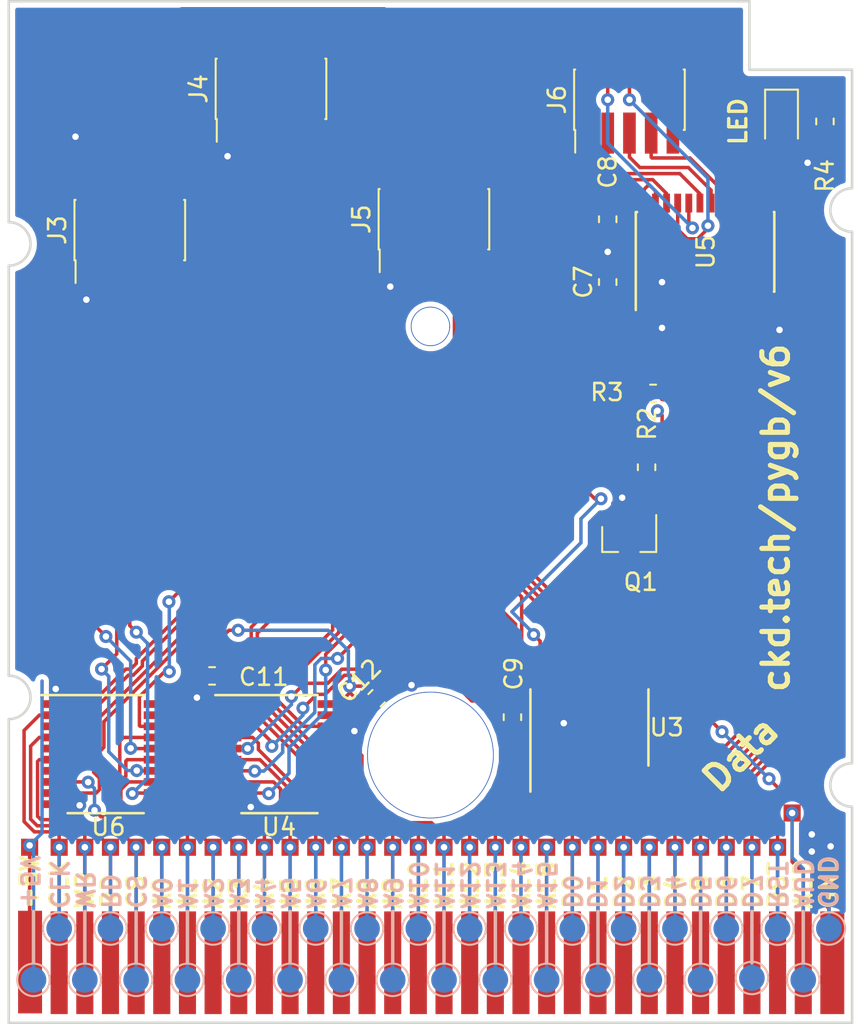
<source format=kicad_pcb>
(kicad_pcb (version 20171130) (host pcbnew 5.1.6)
  (layers (0 F.Cu signal) (31 B.Cu signal) (34 B.Paste user) (35 F.Paste user) (36 B.SilkS user) (37 F.SilkS user) (38 B.Mask user) (39 F.Mask user) (44 Edge.Cuts user))
  (net 0 "")
  (net 1 +5V)
  (net 2 /D0)
  (net 3 /D1)
  (net 4 /D2)
  (net 5 GND)
  (net 6 /D3)
  (net 7 /D4)
  (net 8 /D5)
  (net 9 /D6)
  (net 10 /D7)
  (net 11 +3V3)
  (net 12 /CLK)
  (net 13 /WR)
  (net 14 /RD)
  (net 15 /CS)
  (net 16 /A0)
  (net 17 /A1)
  (net 18 /A2)
  (net 19 /A3)
  (net 20 /A4)
  (net 21 /A5)
  (net 22 /A6)
  (net 23 /A7)
  (net 24 /A8)
  (net 25 /A9)
  (net 26 /A10)
  (net 27 /A11)
  (net 28 /A12)
  (net 29 /A13)
  (net 30 /A14)
  (net 31 /A15)
  (net 32 /RESET)
  (net 33 /DATA_OE)
  (net 34 /DIR)
  (net 35 /3V_D0)
  (net 36 /3V_D1)
  (net 37 /3V_D2)
  (net 38 /3V_D3)
  (net 39 /3V_D4)
  (net 40 /3V_D5)
  (net 41 /3V_D6)
  (net 42 /3V_D7)
  (net 43 /GB_RESET)
  (net 44 /3V_A12)
  (net 45 /3V_A13)
  (net 46 /3V_A14)
  (net 47 /3V_A15)
  (net 48 /3V_A11)
  (net 49 /3V_A10)
  (net 50 /3V_A9)
  (net 51 /3V_A8)
  (net 52 /3V_A7)
  (net 53 /3V_A6)
  (net 54 /3V_A5)
  (net 55 /3V_A4)
  (net 56 /3V_CLK)
  (net 57 /3V_WR)
  (net 58 /3V_RD)
  (net 59 /3V_CS)
  (net 60 /3V_A0)
  (net 61 /3V_A1)
  (net 62 /3V_A2)
  (net 63 /3V_A3)
  (net 64 "Net-(D3-Pad1)")
  (net 65 /AUD)
  (net 66 "Net-(J1-Pad1)")
  (net 67 "Net-(J2-Pad1)")
  (net 68 "Net-(U3-Pad3)")
  (net 69 "Net-(U3-Pad5)")
  (net 70 "Net-(U3-Pad7)")
  (net 71 "Net-(U3-Pad9)")
  (module keystone:5015-SMT-TestPoint (layer F.Cu) (at 132.348 57.642 90)
    (fp_text reference TP39 hide)
    (fp_text value batt)
    (pad 1 smd rect (at 0 0 90) (size 3.43 1.78) (layers F.Cu F.Paste F.Mask) (net 1 +5V))
  )
  (module adafruit:PinHeader_2x05_P1.27mm_Vertical_SMD (layer F.Cu) (at 136.285 44.053 90)
    (fp_text reference J6 (at 0 -4.235 90) (layer F.SilkS))
    (fp_text value Conn_02x05_Odd_Even)
    (pad 1 smd rect (at -1.95 -2.54 90) (size 2.4 0.74) (layers F.Cu F.Paste F.Mask) (net 5 GND))
    (pad 2 smd rect (at 1.95 -2.54 90) (size 2.4 0.74) (layers F.Cu F.Paste F.Mask) (net 11 +3V3))
    (pad 3 smd rect (at -1.95 -1.27 90) (size 2.4 0.74) (layers F.Cu F.Paste F.Mask) (net 37 /3V_D2))
    (pad 4 smd rect (at 1.95 -1.27 90) (size 2.4 0.74) (layers F.Cu F.Paste F.Mask) (net 36 /3V_D1))
    (pad 5 smd rect (at -1.95 0 90) (size 2.4 0.74) (layers F.Cu F.Paste F.Mask) (net 38 /3V_D3))
    (pad 6 smd rect (at 1.95 0 90) (size 2.4 0.74) (layers F.Cu F.Paste F.Mask) (net 35 /3V_D0))
    (pad 7 smd rect (at -1.95 1.27 90) (size 2.4 0.74) (layers F.Cu F.Paste F.Mask) (net 39 /3V_D4))
    (pad 8 smd rect (at 1.95 1.27 90) (size 2.4 0.74) (layers F.Cu F.Paste F.Mask) (net 42 /3V_D7))
    (pad 9 smd rect (at -1.95 2.54 90) (size 2.4 0.74) (layers F.Cu F.Paste F.Mask) (net 40 /3V_D5))
    (pad 10 smd rect (at 1.95 2.54 90) (size 2.4 0.74) (layers F.Cu F.Paste F.Mask) (net 41 /3V_D6))
  )
  (module adafruit:PinHeader_2x05_P1.27mm_Vertical_SMD (layer F.Cu) (at 124.855 51.038 90)
    (fp_text reference J5 (at 0 -4.235 90) (layer F.SilkS))
    (fp_text value Conn_02x05_Odd_Even)
    (pad 1 smd rect (at -1.95 -2.54 90) (size 2.4 0.74) (layers F.Cu F.Paste F.Mask) (net 5 GND))
    (pad 2 smd rect (at 1.95 -2.54 90) (size 2.4 0.74) (layers F.Cu F.Paste F.Mask) (net 11 +3V3))
    (pad 3 smd rect (at -1.95 -1.27 90) (size 2.4 0.74) (layers F.Cu F.Paste F.Mask) (net 49 /3V_A10))
    (pad 4 smd rect (at 1.95 -1.27 90) (size 2.4 0.74) (layers F.Cu F.Paste F.Mask) (net 50 /3V_A9))
    (pad 5 smd rect (at -1.95 0 90) (size 2.4 0.74) (layers F.Cu F.Paste F.Mask) (net 48 /3V_A11))
    (pad 6 smd rect (at 1.95 0 90) (size 2.4 0.74) (layers F.Cu F.Paste F.Mask) (net 51 /3V_A8))
    (pad 7 smd rect (at -1.95 1.27 90) (size 2.4 0.74) (layers F.Cu F.Paste F.Mask) (net 44 /3V_A12))
    (pad 8 smd rect (at 1.95 1.27 90) (size 2.4 0.74) (layers F.Cu F.Paste F.Mask) (net 47 /3V_A15))
    (pad 9 smd rect (at -1.95 2.54 90) (size 2.4 0.74) (layers F.Cu F.Paste F.Mask) (net 45 /3V_A13))
    (pad 10 smd rect (at 1.95 2.54 90) (size 2.4 0.74) (layers F.Cu F.Paste F.Mask) (net 46 /3V_A14))
  )
  (module adafruit:PinHeader_2x05_P1.27mm_Vertical_SMD (layer F.Cu) (at 115.33 43.418 90)
    (fp_text reference J4 (at 0 -4.235 90) (layer F.SilkS))
    (fp_text value Conn_02x05_Odd_Even)
    (pad 1 smd rect (at -1.95 -2.54 90) (size 2.4 0.74) (layers F.Cu F.Paste F.Mask) (net 5 GND))
    (pad 2 smd rect (at 1.95 -2.54 90) (size 2.4 0.74) (layers F.Cu F.Paste F.Mask) (net 11 +3V3))
    (pad 3 smd rect (at -1.95 -1.27 90) (size 2.4 0.74) (layers F.Cu F.Paste F.Mask) (net 62 /3V_A2))
    (pad 4 smd rect (at 1.95 -1.27 90) (size 2.4 0.74) (layers F.Cu F.Paste F.Mask) (net 61 /3V_A1))
    (pad 5 smd rect (at -1.95 0 90) (size 2.4 0.74) (layers F.Cu F.Paste F.Mask) (net 63 /3V_A3))
    (pad 6 smd rect (at 1.95 0 90) (size 2.4 0.74) (layers F.Cu F.Paste F.Mask) (net 60 /3V_A0))
    (pad 7 smd rect (at -1.95 1.27 90) (size 2.4 0.74) (layers F.Cu F.Paste F.Mask) (net 55 /3V_A4))
    (pad 8 smd rect (at 1.95 1.27 90) (size 2.4 0.74) (layers F.Cu F.Paste F.Mask) (net 52 /3V_A7))
    (pad 9 smd rect (at -1.95 2.54 90) (size 2.4 0.74) (layers F.Cu F.Paste F.Mask) (net 54 /3V_A5))
    (pad 10 smd rect (at 1.95 2.54 90) (size 2.4 0.74) (layers F.Cu F.Paste F.Mask) (net 53 /3V_A6))
  )
  (module adafruit:PinHeader_2x05_P1.27mm_Vertical_SMD (layer F.Cu) (at 107.075 51.673 90)
    (fp_text reference J3 (at 0 -4.235 90) (layer F.SilkS))
    (fp_text value Conn_02x05_Odd_Even)
    (pad 1 smd rect (at -1.95 -2.54 90) (size 2.4 0.74) (layers F.Cu F.Paste F.Mask) (net 5 GND))
    (pad 2 smd rect (at 1.95 -2.54 90) (size 2.4 0.74) (layers F.Cu F.Paste F.Mask) (net 11 +3V3))
    (pad 3 smd rect (at -1.95 -1.27 90) (size 2.4 0.74) (layers F.Cu F.Paste F.Mask) (net 58 /3V_RD))
    (pad 4 smd rect (at 1.95 -1.27 90) (size 2.4 0.74) (layers F.Cu F.Paste F.Mask) (net 57 /3V_WR))
    (pad 5 smd rect (at -1.95 0 90) (size 2.4 0.74) (layers F.Cu F.Paste F.Mask) (net 59 /3V_CS))
    (pad 6 smd rect (at 1.95 0 90) (size 2.4 0.74) (layers F.Cu F.Paste F.Mask) (net 56 /3V_CLK))
    (pad 7 smd rect (at -1.95 1.27 90) (size 2.4 0.74) (layers F.Cu F.Paste F.Mask) (net 65 /AUD))
    (pad 8 smd rect (at 1.95 1.27 90) (size 2.4 0.74) (layers F.Cu F.Paste F.Mask) (net 33 /DATA_OE))
    (pad 9 smd rect (at -1.95 2.54 90) (size 2.4 0.74) (layers F.Cu F.Paste F.Mask) (net 43 /GB_RESET))
    (pad 10 smd rect (at 1.95 2.54 90) (size 2.4 0.74) (layers F.Cu F.Paste F.Mask) (net 34 /DIR))
  )
  (module keystone:5015-SMT-TestPoint (layer F.Cu) (at 103.9 40.878)
    (fp_text reference TP38 hide)
    (fp_text value 3.3v)
    (pad 1 smd rect (at 0 0) (size 3.43 1.78) (layers F.Cu F.Paste F.Mask) (net 11 +3V3))
  )
  (module keystone:5015-SMT-TestPoint (layer F.Cu) (at 103.9 44.434)
    (fp_text reference TP37 hide)
    (fp_text value gnd)
    (pad 1 smd rect (at 0 0) (size 3.43 1.78) (layers F.Cu F.Paste F.Mask) (net 5 GND))
  )
  (module Resistor_SMD:R_0603_1608Metric_Pad1.05x0.95mm_HandSolder (layer F.Cu) (at 147.715 45.323 270)
    (fp_text reference R4 (at 3.175 0 90) (layer F.SilkS))
    (fp_text value 1k)
    (pad 2 smd roundrect (at 0.875 0 270) (size 1.05 0.95) (layers F.Cu F.Paste F.Mask) (net 5 GND))
    (pad 1 smd roundrect (at -0.875 0 270) (size 1.05 0.95) (layers F.Cu F.Paste F.Mask) (net 64 "Net-(D3-Pad1)"))
  )
  (module Fiducial:Fiducial_1mm_Mask2mm (layer F.Cu) (at 138.945 82.488)
    (fp_text reference FID0 hide)
    (fp_text value TestPoint)
    (pad "" smd circle (at 0 0) (size 1 1) (layers F.Cu F.Mask) (clearance 0.5))
  )
  (module Fiducial:Fiducial_1mm_Mask2mm (layer F.Cu) (at 102.1474 54.0352)
    (fp_text reference FID1 hide)
    (fp_text value TestPoint)
    (pad "" smd circle (at 0 0) (size 1 1) (layers F.Cu F.Mask) (clearance 0.5))
  )
  (module TestPoint:TestPoint_Pad_D1.5mm (layer B.Cu) (at 146.445 95.488)
    (fp_text reference TP78 hide)
    (fp_text value Test_Point)
    (pad 1 smd circle (at 0 0) (size 1.5 1.5) (layers B.Cu B.Mask) (net 65 /AUD))
  )
  (module TestPoint:TestPoint_Pad_D1.5mm (layer B.Cu) (at 101.445 95.488)
    (fp_text reference TP48 hide)
    (fp_text value Test_Point)
    (pad 1 smd circle (at 0 0) (size 1.5 1.5) (layers B.Cu B.Mask) (net 1 +5V))
  )
  (module TestPoint:TestPoint_Pad_D1.5mm (layer B.Cu) (at 132.945 92.488)
    (fp_text reference TP69 hide)
    (fp_text value Test_Point)
    (pad 1 smd circle (at 0 0) (size 1.5 1.5) (layers B.Cu B.Mask) (net 2 /D0))
  )
  (module TestPoint:TestPoint_Pad_D1.5mm (layer B.Cu) (at 102.945 92.488)
    (fp_text reference TP49 hide)
    (fp_text value Test_Point)
    (pad 1 smd circle (at 0 0) (size 1.5 1.5) (layers B.Cu B.Mask) (net 12 /CLK))
  )
  (module TestPoint:TestPoint_Pad_D1.5mm (layer B.Cu) (at 104.445 95.488)
    (fp_text reference TP50 hide)
    (fp_text value Test_Point)
    (pad 1 smd circle (at 0 0) (size 1.5 1.5) (layers B.Cu B.Mask) (net 13 /WR))
  )
  (module TestPoint:TestPoint_Pad_D1.5mm (layer B.Cu) (at 105.945 92.488)
    (fp_text reference TP51 hide)
    (fp_text value Test_Point)
    (pad 1 smd circle (at 0 0) (size 1.5 1.5) (layers B.Cu B.Mask) (net 14 /RD))
  )
  (module TestPoint:TestPoint_Pad_D1.5mm (layer B.Cu) (at 107.445 95.488)
    (fp_text reference TP52 hide)
    (fp_text value Test_Point)
    (pad 1 smd circle (at 0 0) (size 1.5 1.5) (layers B.Cu B.Mask) (net 15 /CS))
  )
  (module TestPoint:TestPoint_Pad_D1.5mm (layer B.Cu) (at 108.945 92.488)
    (fp_text reference TP53 hide)
    (fp_text value Test_Point)
    (pad 1 smd circle (at 0 0) (size 1.5 1.5) (layers B.Cu B.Mask) (net 16 /A0))
  )
  (module TestPoint:TestPoint_Pad_D1.5mm (layer B.Cu) (at 131.445 95.488)
    (fp_text reference TP68 hide)
    (fp_text value Test_Point)
    (pad 1 smd circle (at 0 0) (size 1.5 1.5) (layers B.Cu B.Mask) (net 31 /A15))
  )
  (module TestPoint:TestPoint_Pad_D1.5mm (layer B.Cu) (at 147.945 92.488)
    (fp_text reference TP79 hide)
    (fp_text value Test_Point)
    (pad 1 smd circle (at 0 0) (size 1.5 1.5) (layers B.Cu B.Mask) (net 5 GND))
  )
  (module TestPoint:TestPoint_Pad_D1.5mm (layer B.Cu) (at 144.945 92.5)
    (fp_text reference TP77 hide)
    (fp_text value Test_Point)
    (pad 1 smd circle (at 0 0) (size 1.5 1.5) (layers B.Cu B.Mask) (net 32 /RESET))
  )
  (module TestPoint:TestPoint_Pad_D1.5mm (layer B.Cu) (at 143.445 95.377)
    (fp_text reference TP76 hide)
    (fp_text value Test_Point)
    (pad 1 smd circle (at 0 0) (size 1.5 1.5) (layers B.Cu B.Mask) (net 10 /D7))
  )
  (module TestPoint:TestPoint_Pad_D1.5mm (layer B.Cu) (at 141.945 92.488)
    (fp_text reference TP75 hide)
    (fp_text value Test_Point)
    (pad 1 smd circle (at 0 0) (size 1.5 1.5) (layers B.Cu B.Mask) (net 9 /D6))
  )
  (module TestPoint:TestPoint_Pad_D1.5mm (layer B.Cu) (at 140.445 95.488)
    (fp_text reference TP74 hide)
    (fp_text value Test_Point)
    (pad 1 smd circle (at 0 0) (size 1.5 1.5) (layers B.Cu B.Mask) (net 8 /D5))
  )
  (module TestPoint:TestPoint_Pad_D1.5mm (layer B.Cu) (at 138.945 92.488)
    (fp_text reference TP73 hide)
    (fp_text value Test_Point)
    (pad 1 smd circle (at 0 0) (size 1.5 1.5) (layers B.Cu B.Mask) (net 7 /D4))
  )
  (module TestPoint:TestPoint_Pad_D1.5mm (layer B.Cu) (at 137.445 95.488)
    (fp_text reference TP72 hide)
    (fp_text value Test_Point)
    (pad 1 smd circle (at 0 0) (size 1.5 1.5) (layers B.Cu B.Mask) (net 6 /D3))
  )
  (module TestPoint:TestPoint_Pad_D1.5mm (layer B.Cu) (at 129.945 92.488)
    (fp_text reference TP67 hide)
    (fp_text value Test_Point)
    (pad 1 smd circle (at 0 0) (size 1.5 1.5) (layers B.Cu B.Mask) (net 30 /A14))
  )
  (module TestPoint:TestPoint_Pad_D1.5mm (layer B.Cu) (at 128.445 95.488)
    (fp_text reference TP66 hide)
    (fp_text value Test_Point)
    (pad 1 smd circle (at 0 0) (size 1.5 1.5) (layers B.Cu B.Mask) (net 29 /A13))
  )
  (module TestPoint:TestPoint_Pad_D1.5mm (layer B.Cu) (at 110.445 95.488)
    (fp_text reference TP54 hide)
    (fp_text value Test_Point)
    (pad 1 smd circle (at 0 0) (size 1.5 1.5) (layers B.Cu B.Mask) (net 17 /A1))
  )
  (module TestPoint:TestPoint_Pad_D1.5mm (layer B.Cu) (at 111.945 92.488)
    (fp_text reference TP55 hide)
    (fp_text value Test_Point)
    (pad 1 smd circle (at 0 0) (size 1.5 1.5) (layers B.Cu B.Mask) (net 18 /A2))
  )
  (module TestPoint:TestPoint_Pad_D1.5mm (layer B.Cu) (at 113.445 95.488)
    (fp_text reference TP56 hide)
    (fp_text value Test_Point)
    (pad 1 smd circle (at 0 0) (size 1.5 1.5) (layers B.Cu B.Mask) (net 19 /A3))
  )
  (module TestPoint:TestPoint_Pad_D1.5mm (layer B.Cu) (at 114.945 92.488)
    (fp_text reference TP57 hide)
    (fp_text value Test_Point)
    (pad 1 smd circle (at 0 0) (size 1.5 1.5) (layers B.Cu B.Mask) (net 20 /A4))
  )
  (module TestPoint:TestPoint_Pad_D1.5mm (layer B.Cu) (at 125.445 95.488)
    (fp_text reference TP64 hide)
    (fp_text value Test_Point)
    (pad 1 smd circle (at 0 0) (size 1.5 1.5) (layers B.Cu B.Mask) (net 27 /A11))
  )
  (module TestPoint:TestPoint_Pad_D1.5mm (layer B.Cu) (at 116.445 95.488)
    (fp_text reference TP58 hide)
    (fp_text value Test_Point)
    (pad 1 smd circle (at 0 0) (size 1.5 1.5) (layers B.Cu B.Mask) (net 21 /A5))
  )
  (module TestPoint:TestPoint_Pad_D1.5mm (layer B.Cu) (at 117.945 92.488)
    (fp_text reference TP59 hide)
    (fp_text value Test_Point)
    (pad 1 smd circle (at 0 0) (size 1.5 1.5) (layers B.Cu B.Mask) (net 22 /A6))
  )
  (module TestPoint:TestPoint_Pad_D1.5mm (layer B.Cu) (at 119.445 95.488)
    (fp_text reference TP60 hide)
    (fp_text value Test_Point)
    (pad 1 smd circle (at 0 0) (size 1.5 1.5) (layers B.Cu B.Mask) (net 23 /A7))
  )
  (module TestPoint:TestPoint_Pad_D1.5mm (layer B.Cu) (at 134.445 95.488)
    (fp_text reference TP70 hide)
    (fp_text value Test_Point)
    (pad 1 smd circle (at 0 0) (size 1.5 1.5) (layers B.Cu B.Mask) (net 3 /D1))
  )
  (module TestPoint:TestPoint_Pad_D1.5mm (layer B.Cu) (at 120.945 92.488)
    (fp_text reference TP61 hide)
    (fp_text value Test_Point)
    (pad 1 smd circle (at 0 0) (size 1.5 1.5) (layers B.Cu B.Mask) (net 24 /A8))
  )
  (module TestPoint:TestPoint_Pad_D1.5mm (layer B.Cu) (at 122.445 95.488)
    (fp_text reference TP62 hide)
    (fp_text value Test_Point)
    (pad 1 smd circle (at 0 0) (size 1.5 1.5) (layers B.Cu B.Mask) (net 25 /A9))
  )
  (module TestPoint:TestPoint_Pad_D1.5mm (layer B.Cu) (at 123.945 92.488)
    (fp_text reference TP63 hide)
    (fp_text value Test_Point)
    (pad 1 smd circle (at 0 0) (size 1.5 1.5) (layers B.Cu B.Mask) (net 26 /A10))
  )
  (module TestPoint:TestPoint_Pad_D1.5mm (layer B.Cu) (at 126.945 92.488)
    (fp_text reference TP65 hide)
    (fp_text value Test_Point)
    (pad 1 smd circle (at 0 0) (size 1.5 1.5) (layers B.Cu B.Mask) (net 28 /A12))
  )
  (module TestPoint:TestPoint_Pad_D1.5mm (layer B.Cu) (at 135.945 92.488)
    (fp_text reference TP71 hide)
    (fp_text value Test_Point)
    (pad 1 smd circle (at 0 0) (size 1.5 1.5) (layers B.Cu B.Mask) (net 4 /D2))
  )
  (module LED_SMD:LED_0805_2012Metric_Pad1.15x1.40mm_HandSolder (layer F.Cu) (at 145.175 45.323 270)
    (fp_text reference D3 hide)
    (fp_text value LED)
    (pad 1 smd roundrect (at -1.025 0 270) (size 1.15 1.4) (layers F.Cu F.Paste F.Mask) (roundrect_rratio 0.217391) (net 64 "Net-(D3-Pad1)"))
    (pad 2 smd roundrect (at 1.025 0 270) (size 1.15 1.4) (layers F.Cu F.Paste F.Mask) (roundrect_rratio 0.217391) (net 11 +3V3))
  )
  (module Package_SO:TSSOP-20_4.4x6.5mm_P0.65mm (layer F.Cu) (at 133.945 80.738 90)
    (fp_text reference U3 (at 0 4.519 180) (layer F.SilkS))
    (fp_text value 74LVC244)
    (pad 1 smd rect (at -2.95 -2.925 90) (size 1.45 0.45) (layers F.Cu F.Paste F.Mask) (net 5 GND))
    (pad 2 smd rect (at -2.95 -2.275 90) (size 1.45 0.45) (layers F.Cu F.Paste F.Mask) (net 28 /A12))
    (pad 3 smd rect (at -2.95 -1.625 90) (size 1.45 0.45) (layers F.Cu F.Paste F.Mask) (net 68 "Net-(U3-Pad3)"))
    (pad 4 smd rect (at -2.95 -0.975 90) (size 1.45 0.45) (layers F.Cu F.Paste F.Mask) (net 29 /A13))
    (pad 5 smd rect (at -2.95 -0.325 90) (size 1.45 0.45) (layers F.Cu F.Paste F.Mask) (net 69 "Net-(U3-Pad5)"))
    (pad 6 smd rect (at -2.95 0.325 90) (size 1.45 0.45) (layers F.Cu F.Paste F.Mask) (net 30 /A14))
    (pad 7 smd rect (at -2.95 0.975 90) (size 1.45 0.45) (layers F.Cu F.Paste F.Mask) (net 70 "Net-(U3-Pad7)"))
    (pad 8 smd rect (at -2.95 1.625 90) (size 1.45 0.45) (layers F.Cu F.Paste F.Mask) (net 31 /A15))
    (pad 9 smd rect (at -2.95 2.275 90) (size 1.45 0.45) (layers F.Cu F.Paste F.Mask) (net 71 "Net-(U3-Pad9)"))
    (pad 10 smd rect (at -2.95 2.925 90) (size 1.45 0.45) (layers F.Cu F.Paste F.Mask) (net 5 GND))
    (pad 11 smd rect (at 2.95 2.925 90) (size 1.45 0.45) (layers F.Cu F.Paste F.Mask) (net 5 GND))
    (pad 12 smd rect (at 2.95 2.275 90) (size 1.45 0.45) (layers F.Cu F.Paste F.Mask) (net 47 /3V_A15))
    (pad 13 smd rect (at 2.95 1.625 90) (size 1.45 0.45) (layers F.Cu F.Paste F.Mask) (net 5 GND))
    (pad 14 smd rect (at 2.95 0.975 90) (size 1.45 0.45) (layers F.Cu F.Paste F.Mask) (net 46 /3V_A14))
    (pad 15 smd rect (at 2.95 0.325 90) (size 1.45 0.45) (layers F.Cu F.Paste F.Mask) (net 5 GND))
    (pad 16 smd rect (at 2.95 -0.325 90) (size 1.45 0.45) (layers F.Cu F.Paste F.Mask) (net 45 /3V_A13))
    (pad 17 smd rect (at 2.95 -0.975 90) (size 1.45 0.45) (layers F.Cu F.Paste F.Mask) (net 5 GND))
    (pad 18 smd rect (at 2.95 -1.625 90) (size 1.45 0.45) (layers F.Cu F.Paste F.Mask) (net 44 /3V_A12))
    (pad 19 smd rect (at 2.95 -2.275 90) (size 1.45 0.45) (layers F.Cu F.Paste F.Mask) (net 11 +3V3))
    (pad 20 smd rect (at 2.95 -2.925 90) (size 1.45 0.45) (layers F.Cu F.Paste F.Mask) (net 11 +3V3))
  )
  (module Package_SO:TSSOP-20_4.4x6.5mm_P0.65mm (layer F.Cu) (at 115.824 82.296)
    (fp_text reference U4 (at -0.0295 4.2545) (layer F.SilkS))
    (fp_text value 74LVC244)
    (pad 20 smd rect (at 2.95 -2.925) (size 1.45 0.45) (layers F.Cu F.Paste F.Mask) (net 11 +3V3))
    (pad 19 smd rect (at 2.95 -2.275) (size 1.45 0.45) (layers F.Cu F.Paste F.Mask) (net 5 GND))
    (pad 18 smd rect (at 2.95 -1.625) (size 1.45 0.45) (layers F.Cu F.Paste F.Mask) (net 52 /3V_A7))
    (pad 17 smd rect (at 2.95 -0.975) (size 1.45 0.45) (layers F.Cu F.Paste F.Mask) (net 27 /A11))
    (pad 16 smd rect (at 2.95 -0.325) (size 1.45 0.45) (layers F.Cu F.Paste F.Mask) (net 53 /3V_A6))
    (pad 15 smd rect (at 2.95 0.325) (size 1.45 0.45) (layers F.Cu F.Paste F.Mask) (net 26 /A10))
    (pad 14 smd rect (at 2.95 0.975) (size 1.45 0.45) (layers F.Cu F.Paste F.Mask) (net 54 /3V_A5))
    (pad 13 smd rect (at 2.95 1.625) (size 1.45 0.45) (layers F.Cu F.Paste F.Mask) (net 25 /A9))
    (pad 12 smd rect (at 2.95 2.275) (size 1.45 0.45) (layers F.Cu F.Paste F.Mask) (net 55 /3V_A4))
    (pad 11 smd rect (at 2.95 2.925) (size 1.45 0.45) (layers F.Cu F.Paste F.Mask) (net 24 /A8))
    (pad 10 smd rect (at -2.95 2.925) (size 1.45 0.45) (layers F.Cu F.Paste F.Mask) (net 5 GND))
    (pad 9 smd rect (at -2.95 2.275) (size 1.45 0.45) (layers F.Cu F.Paste F.Mask) (net 51 /3V_A8))
    (pad 8 smd rect (at -2.95 1.625) (size 1.45 0.45) (layers F.Cu F.Paste F.Mask) (net 20 /A4))
    (pad 7 smd rect (at -2.95 0.975) (size 1.45 0.45) (layers F.Cu F.Paste F.Mask) (net 50 /3V_A9))
    (pad 6 smd rect (at -2.95 0.325) (size 1.45 0.45) (layers F.Cu F.Paste F.Mask) (net 21 /A5))
    (pad 5 smd rect (at -2.95 -0.325) (size 1.45 0.45) (layers F.Cu F.Paste F.Mask) (net 49 /3V_A10))
    (pad 4 smd rect (at -2.95 -0.975) (size 1.45 0.45) (layers F.Cu F.Paste F.Mask) (net 22 /A6))
    (pad 3 smd rect (at -2.95 -1.625) (size 1.45 0.45) (layers F.Cu F.Paste F.Mask) (net 48 /3V_A11))
    (pad 2 smd rect (at -2.95 -2.275) (size 1.45 0.45) (layers F.Cu F.Paste F.Mask) (net 23 /A7))
    (pad 1 smd rect (at -2.95 -2.925) (size 1.45 0.45) (layers F.Cu F.Paste F.Mask) (net 5 GND))
  )
  (module Package_SO:TSSOP-20_4.4x6.5mm_P0.65mm (layer F.Cu) (at 105.664 82.296)
    (fp_text reference U6 (at 0.161 4.2545) (layer F.SilkS))
    (fp_text value 74LVC244)
    (pad 1 smd rect (at -2.95 -2.925) (size 1.45 0.45) (layers F.Cu F.Paste F.Mask) (net 5 GND))
    (pad 2 smd rect (at -2.95 -2.275) (size 1.45 0.45) (layers F.Cu F.Paste F.Mask) (net 12 /CLK))
    (pad 3 smd rect (at -2.95 -1.625) (size 1.45 0.45) (layers F.Cu F.Paste F.Mask) (net 60 /3V_A0))
    (pad 4 smd rect (at -2.95 -0.975) (size 1.45 0.45) (layers F.Cu F.Paste F.Mask) (net 13 /WR))
    (pad 5 smd rect (at -2.95 -0.325) (size 1.45 0.45) (layers F.Cu F.Paste F.Mask) (net 61 /3V_A1))
    (pad 6 smd rect (at -2.95 0.325) (size 1.45 0.45) (layers F.Cu F.Paste F.Mask) (net 14 /RD))
    (pad 7 smd rect (at -2.95 0.975) (size 1.45 0.45) (layers F.Cu F.Paste F.Mask) (net 62 /3V_A2))
    (pad 8 smd rect (at -2.95 1.625) (size 1.45 0.45) (layers F.Cu F.Paste F.Mask) (net 15 /CS))
    (pad 9 smd rect (at -2.95 2.275) (size 1.45 0.45) (layers F.Cu F.Paste F.Mask) (net 63 /3V_A3))
    (pad 10 smd rect (at -2.95 2.925) (size 1.45 0.45) (layers F.Cu F.Paste F.Mask) (net 5 GND))
    (pad 11 smd rect (at 2.95 2.925) (size 1.45 0.45) (layers F.Cu F.Paste F.Mask) (net 19 /A3))
    (pad 12 smd rect (at 2.95 2.275) (size 1.45 0.45) (layers F.Cu F.Paste F.Mask) (net 59 /3V_CS))
    (pad 13 smd rect (at 2.95 1.625) (size 1.45 0.45) (layers F.Cu F.Paste F.Mask) (net 18 /A2))
    (pad 14 smd rect (at 2.95 0.975) (size 1.45 0.45) (layers F.Cu F.Paste F.Mask) (net 58 /3V_RD))
    (pad 15 smd rect (at 2.95 0.325) (size 1.45 0.45) (layers F.Cu F.Paste F.Mask) (net 17 /A1))
    (pad 16 smd rect (at 2.95 -0.325) (size 1.45 0.45) (layers F.Cu F.Paste F.Mask) (net 57 /3V_WR))
    (pad 17 smd rect (at 2.95 -0.975) (size 1.45 0.45) (layers F.Cu F.Paste F.Mask) (net 16 /A0))
    (pad 18 smd rect (at 2.95 -1.625) (size 1.45 0.45) (layers F.Cu F.Paste F.Mask) (net 56 /3V_CLK))
    (pad 19 smd rect (at 2.95 -2.275) (size 1.45 0.45) (layers F.Cu F.Paste F.Mask) (net 5 GND))
    (pad 20 smd rect (at 2.95 -2.925) (size 1.45 0.45) (layers F.Cu F.Paste F.Mask) (net 11 +3V3))
  )
  (module Package_SO:TSSOP-24_4.4x7.8mm_P0.65mm (layer F.Cu) (at 140.73 52.943 90)
    (fp_text reference U5 (at -0.014 0.016 270) (layer F.SilkS))
    (fp_text value 74x4245)
    (pad 1 smd rect (at -2.85 -3.575 90) (size 1.1 0.4) (layers F.Cu F.Paste F.Mask) (net 1 +5V))
    (pad 2 smd rect (at -2.85 -2.925 90) (size 1.1 0.4) (layers F.Cu F.Paste F.Mask) (net 34 /DIR))
    (pad 3 smd rect (at -2.85 -2.275 90) (size 1.1 0.4) (layers F.Cu F.Paste F.Mask) (net 2 /D0))
    (pad 4 smd rect (at -2.85 -1.625 90) (size 1.1 0.4) (layers F.Cu F.Paste F.Mask) (net 3 /D1))
    (pad 5 smd rect (at -2.85 -0.975 90) (size 1.1 0.4) (layers F.Cu F.Paste F.Mask) (net 4 /D2))
    (pad 6 smd rect (at -2.85 -0.325 90) (size 1.1 0.4) (layers F.Cu F.Paste F.Mask) (net 6 /D3))
    (pad 7 smd rect (at -2.85 0.325 90) (size 1.1 0.4) (layers F.Cu F.Paste F.Mask) (net 7 /D4))
    (pad 8 smd rect (at -2.85 0.975 90) (size 1.1 0.4) (layers F.Cu F.Paste F.Mask) (net 8 /D5))
    (pad 9 smd rect (at -2.85 1.625 90) (size 1.1 0.4) (layers F.Cu F.Paste F.Mask) (net 9 /D6))
    (pad 10 smd rect (at -2.85 2.275 90) (size 1.1 0.4) (layers F.Cu F.Paste F.Mask) (net 10 /D7))
    (pad 11 smd rect (at -2.85 2.925 90) (size 1.1 0.4) (layers F.Cu F.Paste F.Mask) (net 5 GND))
    (pad 12 smd rect (at -2.85 3.575 90) (size 1.1 0.4) (layers F.Cu F.Paste F.Mask) (net 5 GND))
    (pad 13 smd rect (at 2.85 3.575 90) (size 1.1 0.4) (layers F.Cu F.Paste F.Mask) (net 5 GND))
    (pad 14 smd rect (at 2.85 2.925 90) (size 1.1 0.4) (layers F.Cu F.Paste F.Mask) (net 42 /3V_D7))
    (pad 15 smd rect (at 2.85 2.275 90) (size 1.1 0.4) (layers F.Cu F.Paste F.Mask) (net 41 /3V_D6))
    (pad 16 smd rect (at 2.85 1.625 90) (size 1.1 0.4) (layers F.Cu F.Paste F.Mask) (net 40 /3V_D5))
    (pad 17 smd rect (at 2.85 0.975 90) (size 1.1 0.4) (layers F.Cu F.Paste F.Mask) (net 39 /3V_D4))
    (pad 18 smd rect (at 2.85 0.325 90) (size 1.1 0.4) (layers F.Cu F.Paste F.Mask) (net 38 /3V_D3))
    (pad 19 smd rect (at 2.85 -0.325 90) (size 1.1 0.4) (layers F.Cu F.Paste F.Mask) (net 37 /3V_D2))
    (pad 20 smd rect (at 2.85 -0.975 90) (size 1.1 0.4) (layers F.Cu F.Paste F.Mask) (net 36 /3V_D1))
    (pad 21 smd rect (at 2.85 -1.625 90) (size 1.1 0.4) (layers F.Cu F.Paste F.Mask) (net 35 /3V_D0))
    (pad 22 smd rect (at 2.85 -2.275 90) (size 1.1 0.4) (layers F.Cu F.Paste F.Mask) (net 33 /DATA_OE))
    (pad 23 smd rect (at 2.85 -2.925 90) (size 1.1 0.4) (layers F.Cu F.Paste F.Mask) (net 11 +3V3))
    (pad 24 smd rect (at 2.85 -3.575 90) (size 1.1 0.4) (layers F.Cu F.Paste F.Mask) (net 11 +3V3))
  )
  (module Resistor_SMD:R_0603_1608Metric_Pad1.05x0.95mm_HandSolder (layer F.Cu) (at 137.287 65.532 270)
    (fp_text reference R2 (at -2.54 -0.034 270) (layer F.SilkS))
    (fp_text value 10k)
    (pad 1 smd roundrect (at -0.875 0 270) (size 1.05 0.95) (layers F.Cu F.Paste F.Mask) (net 11 +3V3))
    (pad 2 smd roundrect (at 0.875 0 270) (size 1.05 0.95) (layers F.Cu F.Paste F.Mask) (net 43 /GB_RESET))
  )
  (module Resistor_SMD:R_0603_1608Metric_Pad1.05x0.95mm_HandSolder (layer F.Cu) (at 137.668 61.214)
    (fp_text reference R3 (at -2.6965 -0.0635) (layer F.SilkS))
    (fp_text value 10k)
    (pad 2 smd roundrect (at 0.875 0) (size 1.05 0.95) (layers F.Cu F.Paste F.Mask) (net 33 /DATA_OE))
    (pad 1 smd roundrect (at -0.875 0) (size 1.05 0.95) (layers F.Cu F.Paste F.Mask) (net 11 +3V3))
  )
  (module Capacitor_SMD:C_0603_1608Metric_Pad1.05x0.95mm_HandSolder (layer F.Cu) (at 135.015 54.707 90)
    (fp_text reference C7 (at 0 -1.43 270) (layer F.SilkS))
    (fp_text value 0.1uF)
    (pad 1 smd roundrect (at -0.875 0 90) (size 1.05 0.95) (layers F.Cu F.Paste F.Mask) (net 1 +5V))
    (pad 2 smd roundrect (at 0.875 0 90) (size 1.05 0.95) (layers F.Cu F.Paste F.Mask) (net 5 GND))
  )
  (module Capacitor_SMD:C_0603_1608Metric_Pad1.05x0.95mm_HandSolder (layer F.Cu) (at 135.015 51.038 270)
    (fp_text reference C8 (at -2.76 0 90) (layer F.SilkS))
    (fp_text value 0.1uF)
    (pad 2 smd roundrect (at 0.875 0 270) (size 1.05 0.95) (layers F.Cu F.Paste F.Mask) (net 5 GND))
    (pad 1 smd roundrect (at -0.875 0 270) (size 1.05 0.95) (layers F.Cu F.Paste F.Mask) (net 11 +3V3))
  )
  (module Capacitor_SMD:C_0603_1608Metric_Pad1.05x0.95mm_HandSolder (layer F.Cu) (at 129.445 80.137 270)
    (fp_text reference C9 (at -2.54 -0.0655 270) (layer F.SilkS))
    (fp_text value 0.1uF)
    (pad 1 smd roundrect (at -0.875 0 270) (size 1.05 0.95) (layers F.Cu F.Paste F.Mask) (net 11 +3V3))
    (pad 2 smd roundrect (at 0.875 0 270) (size 1.05 0.95) (layers F.Cu F.Paste F.Mask) (net 5 GND))
  )
  (module Capacitor_SMD:C_0603_1608Metric_Pad1.05x0.95mm_HandSolder (layer F.Cu) (at 111.887 77.724)
    (fp_text reference C11 (at 3.0185 0.0635) (layer F.SilkS))
    (fp_text value 0.1uF)
    (pad 1 smd roundrect (at -0.875 0) (size 1.05 0.95) (layers F.Cu F.Paste F.Mask) (net 11 +3V3))
    (pad 2 smd roundrect (at 0.875 0) (size 1.05 0.95) (layers F.Cu F.Paste F.Mask) (net 5 GND))
  )
  (module Capacitor_SMD:C_0603_1608Metric_Pad1.05x0.95mm_HandSolder (layer F.Cu) (at 121.5022 79.0288 45)
    (fp_text reference C12 (at 0 -1.43 45) (layer F.SilkS))
    (fp_text value 0.1uF)
    (pad 2 smd roundrect (at 0.874999 0 45) (size 1.05 0.95) (layers F.Cu F.Paste F.Mask) (net 5 GND))
    (pad 1 smd roundrect (at -0.874999 0 45) (size 1.05 0.95) (layers F.Cu F.Paste F.Mask) (net 11 +3V3))
  )
  (module gameboy:Cartridge (layer F.Cu) (at 123.445 96.988)
    (fp_text reference U1 hide)
    (fp_text value CARTRIDGE)
    (pad 1 smd rect (at -22 -2.54) (size 1.4 6) (drill (offset -0.2 0)) (layers F.Cu F.Mask) (net 1 +5V))
    (pad 2 smd rect (at -20.5 -2.5) (size 1 6) (layers F.Cu F.Mask) (net 12 /CLK))
    (pad 3 smd rect (at -19 -2.5) (size 1 6) (layers F.Cu F.Mask) (net 13 /WR))
    (pad 4 smd rect (at -17.5 -2.5) (size 1 6) (layers F.Cu F.Mask) (net 14 /RD))
    (pad 5 smd rect (at -16 -2.5) (size 1 6) (layers F.Cu F.Mask) (net 15 /CS))
    (pad 6 smd rect (at -14.5 -2.5) (size 1 6) (layers F.Cu F.Mask) (net 16 /A0))
    (pad 7 smd rect (at -13 -2.5) (size 1 6) (layers F.Cu F.Mask) (net 17 /A1))
    (pad 8 smd rect (at -11.5 -2.5) (size 1 6) (layers F.Cu F.Mask) (net 18 /A2))
    (pad 9 smd rect (at -10 -2.5) (size 1 6) (layers F.Cu F.Mask) (net 19 /A3))
    (pad 10 smd rect (at -8.5 -2.5) (size 1 6) (layers F.Cu F.Mask) (net 20 /A4))
    (pad 11 smd rect (at -7 -2.5) (size 1 6) (layers F.Cu F.Mask) (net 21 /A5))
    (pad 12 smd rect (at -5.5 -2.5) (size 1 6) (layers F.Cu F.Mask) (net 22 /A6))
    (pad 13 smd rect (at -4 -2.5) (size 1 6) (layers F.Cu F.Mask) (net 23 /A7))
    (pad 14 smd rect (at -2.5 -2.5) (size 1 6) (layers F.Cu F.Mask) (net 24 /A8))
    (pad 15 smd rect (at -1 -2.5) (size 1 6) (layers F.Cu F.Mask) (net 25 /A9))
    (pad 16 smd rect (at 0.5 -2.5) (size 1 6) (layers F.Cu F.Mask) (net 26 /A10))
    (pad 17 smd rect (at 2 -2.5) (size 1 6) (layers F.Cu F.Mask) (net 27 /A11))
    (pad 18 smd rect (at 3.5 -2.5) (size 1 6) (layers F.Cu F.Mask) (net 28 /A12))
    (pad 19 smd rect (at 5 -2.5) (size 1 6) (layers F.Cu F.Mask) (net 29 /A13))
    (pad 20 smd rect (at 6.5 -2.5) (size 1 6) (layers F.Cu F.Mask) (net 30 /A14))
    (pad 21 smd rect (at 8 -2.5) (size 1 6) (layers F.Cu F.Mask) (net 31 /A15))
    (pad 22 smd rect (at 9.5 -2.5) (size 1 6) (layers F.Cu F.Mask) (net 2 /D0))
    (pad 23 smd rect (at 11 -2.5) (size 1 6) (layers F.Cu F.Mask) (net 3 /D1))
    (pad 24 smd rect (at 12.5 -2.5) (size 1 6) (layers F.Cu F.Mask) (net 4 /D2))
    (pad 25 smd rect (at 14 -2.5) (size 1 6) (layers F.Cu F.Mask) (net 6 /D3))
    (pad 26 smd rect (at 15.5 -2.5) (size 1 6) (layers F.Cu F.Mask) (net 7 /D4))
    (pad 27 smd rect (at 17 -2.5) (size 1 6) (layers F.Cu F.Mask) (net 8 /D5))
    (pad 28 smd rect (at 18.5 -2.5) (size 1 6) (layers F.Cu F.Mask) (net 9 /D6))
    (pad 29 smd rect (at 20 -2.5) (size 1 6) (layers F.Cu F.Mask) (net 10 /D7))
    (pad 30 smd rect (at 21.5 -2.5) (size 1 6) (layers F.Cu F.Mask) (net 32 /RESET))
    (pad 31 smd rect (at 23 -2.5) (size 1 6) (layers F.Cu F.Mask) (net 65 /AUD))
    (pad 32 smd rect (at 24.5 -2.5) (size 1.4 6) (drill (offset 0.2 0)) (layers F.Cu F.Mask) (net 5 GND))
  )
  (module "gameboy:Test Point" (layer F.Cu) (at 110.445 87.738)
    (fp_text reference TP7 hide)
    (fp_text value Test_Point hide)
    (pad 1 smd rect (at 0 0) (size 1 1) (layers F.Cu F.Mask) (net 17 /A1))
  )
  (module "gameboy:Test Point" (layer F.Cu) (at 120.945 87.738)
    (fp_text reference TP14 hide)
    (fp_text value Test_Point hide)
    (pad 1 smd rect (at 0 0) (size 1 1) (layers F.Cu F.Mask) (net 24 /A8))
  )
  (module "gameboy:Test Point" (layer F.Cu) (at 111.945 87.738)
    (fp_text reference TP8 hide)
    (fp_text value Test_Point hide)
    (pad 1 smd rect (at 0 0) (size 1 1) (layers F.Cu F.Mask) (net 18 /A2))
  )
  (module "gameboy:Test Point" (layer F.Cu) (at 108.945 87.738)
    (fp_text reference TP6 hide)
    (fp_text value Test_Point hide)
    (pad 1 smd rect (at 0 0) (size 1 1) (layers F.Cu F.Mask) (net 16 /A0))
  )
  (module "gameboy:Test Point" (layer F.Cu) (at 107.445 87.738)
    (fp_text reference TP5 hide)
    (fp_text value Test_Point hide)
    (pad 1 smd rect (at 0 0) (size 1 1) (layers F.Cu F.Mask) (net 15 /CS))
  )
  (module "gameboy:Test Point" (layer F.Cu) (at 105.945 87.738)
    (fp_text reference TP4 hide)
    (fp_text value Test_Point hide)
    (pad 1 smd rect (at 0 0) (size 1 1) (layers F.Cu F.Mask) (net 14 /RD))
  )
  (module "gameboy:Test Point" (layer F.Cu) (at 104.445 87.738)
    (fp_text reference TP3 hide)
    (fp_text value Test_Point hide)
    (pad 1 smd rect (at 0 0) (size 1 1) (layers F.Cu F.Mask) (net 13 /WR))
  )
  (module "gameboy:Test Point" (layer F.Cu) (at 102.945 87.738)
    (fp_text reference TP2 hide)
    (fp_text value Test_Point hide)
    (pad 1 smd rect (at 0 0) (size 1 1) (layers F.Cu F.Mask) (net 12 /CLK))
  )
  (module "gameboy:Test Point" (layer F.Cu) (at 101.219 87.738)
    (fp_text reference TP1 hide)
    (fp_text value Test_Point)
    (pad 1 smd rect (at 0 0) (size 1 1) (layers F.Cu F.Mask) (net 1 +5V))
  )
  (module "gameboy:Test Point" (layer F.Cu) (at 122.445 87.738)
    (fp_text reference TP15 hide)
    (fp_text value Test_Point hide)
    (pad 1 smd rect (at 0 0) (size 1 1) (layers F.Cu F.Mask) (net 25 /A9))
  )
  (module "gameboy:Test Point" (layer F.Cu) (at 123.945 87.738)
    (fp_text reference TP16 hide)
    (fp_text value Test_Point hide)
    (pad 1 smd rect (at 0 0) (size 1 1) (layers F.Cu F.Mask) (net 26 /A10))
  )
  (module "gameboy:Test Point" (layer F.Cu) (at 125.445 87.738)
    (fp_text reference TP17 hide)
    (fp_text value Test_Point hide)
    (pad 1 smd rect (at 0 0) (size 1 1) (layers F.Cu F.Mask) (net 27 /A11))
  )
  (module "gameboy:Test Point" (layer F.Cu) (at 126.945 87.738)
    (fp_text reference TP18 hide)
    (fp_text value Test_Point hide)
    (pad 1 smd rect (at 0 0) (size 1 1) (layers F.Cu F.Mask) (net 28 /A12))
  )
  (module "gameboy:Test Point" (layer F.Cu) (at 128.445 87.738)
    (fp_text reference TP19 hide)
    (fp_text value Test_Point hide)
    (pad 1 smd rect (at 0 0) (size 1 1) (layers F.Cu F.Mask) (net 29 /A13))
  )
  (module "gameboy:Test Point" (layer F.Cu) (at 114.945 87.738)
    (fp_text reference TP10 hide)
    (fp_text value Test_Point hide)
    (pad 1 smd rect (at 0 0) (size 1 1) (layers F.Cu F.Mask) (net 20 /A4))
  )
  (module "gameboy:Test Point" (layer F.Cu) (at 129.945 87.738)
    (fp_text reference TP20 hide)
    (fp_text value Test_Point hide)
    (pad 1 smd rect (at 0 0) (size 1 1) (layers F.Cu F.Mask) (net 30 /A14))
  )
  (module "gameboy:Test Point" (layer F.Cu) (at 116.445 87.738)
    (fp_text reference TP11 hide)
    (fp_text value Test_Point hide)
    (pad 1 smd rect (at 0 0) (size 1 1) (layers F.Cu F.Mask) (net 21 /A5))
  )
  (module "gameboy:Test Point" (layer F.Cu) (at 117.945 87.738)
    (fp_text reference TP12 hide)
    (fp_text value Test_Point hide)
    (pad 1 smd rect (at 0 0) (size 1 1) (layers F.Cu F.Mask) (net 22 /A6))
  )
  (module "gameboy:Test Point" (layer F.Cu) (at 131.445 87.738)
    (fp_text reference TP21 hide)
    (fp_text value Test_Point hide)
    (pad 1 smd rect (at 0 0) (size 1 1) (layers F.Cu F.Mask) (net 31 /A15))
  )
  (module "gameboy:Test Point" (layer F.Cu) (at 132.945 87.738)
    (fp_text reference TP22 hide)
    (fp_text value Test_Point hide)
    (pad 1 smd rect (at 0 0) (size 1 1) (layers F.Cu F.Mask) (net 2 /D0))
  )
  (module "gameboy:Test Point" (layer F.Cu) (at 134.445 87.738)
    (fp_text reference TP23 hide)
    (fp_text value Test_Point hide)
    (pad 1 smd rect (at 0 0) (size 1 1) (layers F.Cu F.Mask) (net 3 /D1))
  )
  (module "gameboy:Test Point" (layer F.Cu) (at 135.945 87.738)
    (fp_text reference TP24 hide)
    (fp_text value Test_Point hide)
    (pad 1 smd rect (at 0 0) (size 1 1) (layers F.Cu F.Mask) (net 4 /D2))
  )
  (module "gameboy:Test Point" (layer F.Cu) (at 137.445 87.738)
    (fp_text reference TP25 hide)
    (fp_text value Test_Point hide)
    (pad 1 smd rect (at 0 0) (size 1 1) (layers F.Cu F.Mask) (net 6 /D3))
  )
  (module "gameboy:Test Point" (layer F.Cu) (at 138.945 87.738)
    (fp_text reference TP26 hide)
    (fp_text value Test_Point hide)
    (pad 1 smd rect (at 0 0) (size 1 1) (layers F.Cu F.Mask) (net 7 /D4))
  )
  (module "gameboy:Test Point" (layer F.Cu) (at 140.445 87.738)
    (fp_text reference TP27 hide)
    (fp_text value Test_Point hide)
    (pad 1 smd rect (at 0 0) (size 1 1) (layers F.Cu F.Mask) (net 8 /D5))
  )
  (module "gameboy:Test Point" (layer F.Cu) (at 141.945 87.738)
    (fp_text reference TP28 hide)
    (fp_text value Test_Point hide)
    (pad 1 smd rect (at 0 0) (size 1 1) (layers F.Cu F.Mask) (net 9 /D6))
  )
  (module "gameboy:Test Point" (layer F.Cu) (at 143.445 87.738)
    (fp_text reference TP29 hide)
    (fp_text value Test_Point hide)
    (pad 1 smd rect (at 0 0) (size 1 1) (layers F.Cu F.Mask) (net 10 /D7))
  )
  (module "gameboy:Test Point" (layer F.Cu) (at 144.945 87.738)
    (fp_text reference TP30 hide)
    (fp_text value Test_Point hide)
    (pad 1 smd rect (at 0 0) (size 1 1) (layers F.Cu F.Mask) (net 32 /RESET))
  )
  (module "gameboy:Test Point" (layer F.Cu) (at 145.795 85.738)
    (fp_text reference TP31 hide)
    (fp_text value Test_Point hide)
    (pad 1 smd rect (at 0 0) (size 1 1) (layers F.Cu F.Mask) (net 65 /AUD))
  )
  (module "gameboy:Test Point" (layer F.Cu) (at 148.045 87.688)
    (fp_text reference TP32 hide)
    (fp_text value Test_Point hide)
    (pad 1 smd rect (at 0 0) (size 1 1) (layers F.Cu F.Mask) (net 5 GND))
  )
  (module "gameboy:Test Point" (layer F.Cu) (at 119.445 87.738)
    (fp_text reference TP13 hide)
    (fp_text value Test_Point hide)
    (pad 1 smd rect (at 0 0) (size 1 1) (layers F.Cu F.Mask) (net 23 /A7))
  )
  (module "gameboy:Test Point" (layer F.Cu) (at 113.445 87.738)
    (fp_text reference TP9 hide)
    (fp_text value Test_Point hide)
    (pad 1 smd rect (at 0 0) (size 1 1) (layers F.Cu F.Mask) (net 19 /A3))
  )
  (module TO_SOT_Packages_SMD:SOT-23 (layer F.Cu) (at 136.271 69.723 270)
    (fp_text reference Q1 (at 2.515 -0.674) (layer F.SilkS))
    (fp_text value BSS138)
    (pad 3 smd rect (at 1 0 270) (size 0.9 0.8) (layers F.Cu F.Paste F.Mask) (net 32 /RESET))
    (pad 2 smd rect (at -1 0.95 270) (size 0.9 0.8) (layers F.Cu F.Paste F.Mask) (net 5 GND))
    (pad 1 smd rect (at -1 -0.95 270) (size 0.9 0.8) (layers F.Cu F.Paste F.Mask) (net 43 /GB_RESET))
  )
  (module "gameboy:Large Hole" (layer F.Cu) (at 124.65 82.35)
    (fp_text reference J2 hide)
    (fp_text value Conn_01x01 hide)
    (pad 1 thru_hole circle (at 0 0) (size 7.4 7.4) (drill 7.3) (layers *.Cu *.Mask) (net 67 "Net-(J2-Pad1)"))
  )
  (module "gameboy:Small Hole" (layer F.Cu) (at 124.65 57.3)
    (fp_text reference J1 hide)
    (fp_text value Conn_01x01 hide)
    (pad 1 thru_hole circle (at 0 0) (size 2.3 2.3) (drill 2.2) (layers *.Cu *.Mask) (net 66 "Net-(J1-Pad1)"))
  )
  (gr_line (start 101.445 91.488) (end 101.445 94.488) (layer B.SilkS) (width 0.2))
  (gr_line (start 104.445 91.488) (end 104.445 94.488) (layer B.SilkS) (width 0.2))
  (gr_line (start 107.445 91.488) (end 107.445 94.488) (layer B.SilkS) (width 0.2))
  (gr_line (start 110.445 91.488) (end 110.445 94.488) (layer B.SilkS) (width 0.2))
  (gr_line (start 113.445 91.488) (end 113.445 94.488) (layer B.SilkS) (width 0.2))
  (gr_line (start 116.445 91.488) (end 116.445 94.488) (layer B.SilkS) (width 0.2))
  (gr_line (start 119.445 91.488) (end 119.445 94.488) (layer B.SilkS) (width 0.2))
  (gr_line (start 122.445 91.488) (end 122.445 94.488) (layer B.SilkS) (width 0.2))
  (gr_line (start 125.445 91.488) (end 125.445 94.488) (layer B.SilkS) (width 0.2))
  (gr_line (start 128.445 91.488) (end 128.445 94.488) (layer B.SilkS) (width 0.2))
  (gr_line (start 131.445 91.488) (end 131.445 94.488) (layer B.SilkS) (width 0.2))
  (gr_line (start 134.445 91.488) (end 134.445 94.488) (layer B.SilkS) (width 0.2))
  (gr_line (start 137.445 91.488) (end 137.445 94.488) (layer B.SilkS) (width 0.2))
  (gr_line (start 140.445 91.488) (end 140.445 94.488) (layer B.SilkS) (width 0.2))
  (gr_line (start 143.445 91.488) (end 143.445 94.488) (layer B.SilkS) (width 0.2))
  (gr_line (start 146.445 91.488) (end 146.445 94.488) (layer B.SilkS) (width 0.2))
  (gr_text GND (at 147.88 91.41 270) (layer B.SilkS) (effects (font (size 1 1) (thickness 0.2)) (justify left mirror)))
  (gr_text AUD (at 146.445 91.44 270) (layer B.SilkS) (effects (font (size 1 1) (thickness 0.2)) (justify left mirror)))
  (gr_text RST (at 144.945 91.44 270) (layer B.SilkS) (effects (font (size 1 1) (thickness 0.2)) (justify left mirror)))
  (gr_text D7 (at 143.445 91.44 270) (layer B.SilkS) (effects (font (size 1 1) (thickness 0.2)) (justify left mirror)))
  (gr_text D6 (at 141.945 91.44 270) (layer B.SilkS) (effects (font (size 1 1) (thickness 0.2)) (justify left mirror)))
  (gr_text D5 (at 140.445 91.44 270) (layer B.SilkS) (effects (font (size 1 1) (thickness 0.2)) (justify left mirror)))
  (gr_text D4 (at 138.945 91.44 270) (layer B.SilkS) (effects (font (size 1 1) (thickness 0.2)) (justify left mirror)))
  (gr_text D3 (at 137.445 91.44 270) (layer B.SilkS) (effects (font (size 1 1) (thickness 0.2)) (justify left mirror)))
  (gr_text D2 (at 135.945 91.44 270) (layer B.SilkS) (effects (font (size 1 1) (thickness 0.2)) (justify left mirror)))
  (gr_text D1 (at 134.36 91.45 270) (layer B.SilkS) (effects (font (size 1 1) (thickness 0.2)) (justify left mirror)))
  (gr_text D0 (at 132.945 91.44 270) (layer B.SilkS) (effects (font (size 1 1) (thickness 0.2)) (justify left mirror)))
  (gr_text A15 (at 131.445 91.44 270) (layer B.SilkS) (effects (font (size 1 1) (thickness 0.2)) (justify left mirror)))
  (gr_text A14 (at 129.945 91.44 270) (layer B.SilkS) (effects (font (size 1 1) (thickness 0.2)) (justify left mirror)))
  (gr_text A13 (at 128.445 91.44 270) (layer B.SilkS) (effects (font (size 1 1) (thickness 0.2)) (justify left mirror)))
  (gr_text A12 (at 126.945 91.44 270) (layer B.SilkS) (effects (font (size 1 1) (thickness 0.2)) (justify left mirror)))
  (gr_text A11 (at 125.445 91.44 270) (layer B.SilkS) (effects (font (size 1 1) (thickness 0.2)) (justify left mirror)))
  (gr_text A10 (at 123.945 91.44 270) (layer B.SilkS) (effects (font (size 1 1) (thickness 0.2)) (justify left mirror)))
  (gr_text A9 (at 122.445 91.44 270) (layer B.SilkS) (effects (font (size 1 1) (thickness 0.2)) (justify left mirror)))
  (gr_text A8 (at 120.945 91.44 270) (layer B.SilkS) (effects (font (size 1 1) (thickness 0.2)) (justify left mirror)))
  (gr_text A7 (at 119.445 91.44 270) (layer B.SilkS) (effects (font (size 1 1) (thickness 0.2)) (justify left mirror)))
  (gr_text A6 (at 117.945 91.44 270) (layer B.SilkS) (effects (font (size 1 1) (thickness 0.2)) (justify left mirror)))
  (gr_text A5 (at 116.445 91.44 270) (layer B.SilkS) (effects (font (size 1 1) (thickness 0.2)) (justify left mirror)))
  (gr_text A4 (at 114.945 91.44 270) (layer B.SilkS) (effects (font (size 1 1) (thickness 0.2)) (justify left mirror)))
  (gr_text A3 (at 113.445 91.44 270) (layer B.SilkS) (effects (font (size 1 1) (thickness 0.2)) (justify left mirror)))
  (gr_text A2 (at 111.945 91.44 270) (layer B.SilkS) (effects (font (size 1 1) (thickness 0.2)) (justify left mirror)))
  (gr_text A1 (at 110.445 91.44 270) (layer B.SilkS) (effects (font (size 1 1) (thickness 0.2)) (justify left mirror)))
  (gr_text A0 (at 108.945 91.44 270) (layer B.SilkS) (effects (font (size 1 1) (thickness 0.2)) (justify left mirror)))
  (gr_text CS (at 107.442 91.44 270) (layer B.SilkS) (effects (font (size 1 1) (thickness 0.2)) (justify left mirror)))
  (gr_text RD (at 105.945 91.44 270) (layer B.SilkS) (effects (font (size 1 1) (thickness 0.2)) (justify left mirror)))
  (gr_text WR (at 104.445 91.44 270) (layer B.SilkS) (effects (font (size 1 1) (thickness 0.2)) (justify left mirror)))
  (gr_text CLK (at 102.945 91.44 270) (layer B.SilkS) (effects (font (size 1 1) (thickness 0.2)) (justify left mirror)))
  (gr_text +5V (at 101.219 91.44 270) (layer B.SilkS) (effects (font (size 1 1) (thickness 0.2)) (justify left mirror)))
  (gr_line (start 100 80.25) (end 100 98) (layer Edge.Cuts) (width 0.15))
  (gr_line (start 100 53.75) (end 100 77.71) (layer Edge.Cuts) (width 0.15))
  (gr_arc (start 100 52.48) (end 100 53.75) (angle -180) (layer Edge.Cuts) (width 0.15))
  (gr_arc (start 100 78.98) (end 100 80.25) (angle -180) (layer Edge.Cuts) (width 0.15))
  (gr_line (start 149.3 85.37) (end 149.3 98) (layer Edge.Cuts) (width 0.15))
  (gr_line (start 149.3 51.77) (end 149.3 82.83) (layer Edge.Cuts) (width 0.15))
  (gr_arc (start 149.3 50.5) (end 149.3 49.23) (angle -180) (layer Edge.Cuts) (width 0.15))
  (gr_arc (start 149.3 84.1) (end 149.3 82.83) (angle -180) (layer Edge.Cuts) (width 0.15))
  (gr_text LED (at 142.635 45.323 90) (layer F.SilkS) (effects (font (size 1 1) (thickness 0.2))))
  (gr_text Data (at 142.782 82.296 45) (layer F.SilkS) (effects (font (size 1.5 1.5) (thickness 0.3))))
  (gr_text ckd.tech/pygb/v6 (at 144.845 68.488 90) (layer F.SilkS) (effects (font (size 1.5 1.5) (thickness 0.3))))
  (gr_text GND (at 147.945 91.44 90) (layer F.SilkS) (effects (font (size 1 1) (thickness 0.2)) (justify left)))
  (gr_text AUD (at 146.445 91.44 90) (layer F.SilkS) (effects (font (size 1 1) (thickness 0.2)) (justify left)))
  (gr_text RST (at 144.945 91.44 90) (layer F.SilkS) (effects (font (size 1 1) (thickness 0.2)) (justify left)))
  (gr_text D7 (at 143.445 91.44 90) (layer F.SilkS) (effects (font (size 1 1) (thickness 0.2)) (justify left)))
  (gr_text D6 (at 141.945 91.44 90) (layer F.SilkS) (effects (font (size 1 1) (thickness 0.2)) (justify left)))
  (gr_text D5 (at 140.445 91.44 90) (layer F.SilkS) (effects (font (size 1 1) (thickness 0.2)) (justify left)))
  (gr_text D4 (at 138.945 91.44 90) (layer F.SilkS) (effects (font (size 1 1) (thickness 0.2)) (justify left)))
  (gr_text D3 (at 137.445 91.44 90) (layer F.SilkS) (effects (font (size 1 1) (thickness 0.2)) (justify left)))
  (gr_text D2 (at 135.945 91.44 90) (layer F.SilkS) (effects (font (size 1 1) (thickness 0.2)) (justify left)))
  (gr_text D1 (at 134.445 91.44 90) (layer F.SilkS) (effects (font (size 1 1) (thickness 0.2)) (justify left)))
  (gr_text D0 (at 132.945 91.44 90) (layer F.SilkS) (effects (font (size 1 1) (thickness 0.2)) (justify left)))
  (gr_text A15 (at 131.445 91.44 90) (layer F.SilkS) (effects (font (size 1 1) (thickness 0.2)) (justify left)))
  (gr_text A14 (at 129.945 91.44 90) (layer F.SilkS) (effects (font (size 1 1) (thickness 0.2)) (justify left)))
  (gr_text A13 (at 128.445 91.44 90) (layer F.SilkS) (effects (font (size 1 1) (thickness 0.2)) (justify left)))
  (gr_text A12 (at 126.945 91.44 90) (layer F.SilkS) (effects (font (size 1 1) (thickness 0.2)) (justify left)))
  (gr_text A11 (at 125.445 91.44 90) (layer F.SilkS) (effects (font (size 1 1) (thickness 0.2)) (justify left)))
  (gr_text A10 (at 123.945 91.44 90) (layer F.SilkS) (effects (font (size 1 1) (thickness 0.2)) (justify left)))
  (gr_text A9 (at 122.445 91.44 90) (layer F.SilkS) (effects (font (size 1 1) (thickness 0.2)) (justify left)))
  (gr_text A8 (at 120.945 91.44 90) (layer F.SilkS) (effects (font (size 1 1) (thickness 0.2)) (justify left)))
  (gr_text A7 (at 119.445 91.44 90) (layer F.SilkS) (effects (font (size 1 1) (thickness 0.2)) (justify left)))
  (gr_text A6 (at 117.945 91.44 90) (layer F.SilkS) (effects (font (size 1 1) (thickness 0.2)) (justify left)))
  (gr_text A5 (at 116.445 91.44 90) (layer F.SilkS) (effects (font (size 1 1) (thickness 0.2)) (justify left)))
  (gr_text A4 (at 114.945 91.44 90) (layer F.SilkS) (effects (font (size 1 1) (thickness 0.2)) (justify left)))
  (gr_text A3 (at 113.445 91.44 90) (layer F.SilkS) (effects (font (size 1 1) (thickness 0.2)) (justify left)))
  (gr_text A2 (at 111.945 91.44 90) (layer F.SilkS) (effects (font (size 1 1) (thickness 0.2)) (justify left)))
  (gr_text A1 (at 110.445 91.44 90) (layer F.SilkS) (effects (font (size 1 1) (thickness 0.2)) (justify left)))
  (gr_text A0 (at 108.945 91.44 90) (layer F.SilkS) (effects (font (size 1 1) (thickness 0.2)) (justify left)))
  (gr_text CS (at 107.442 91.44 90) (layer F.SilkS) (effects (font (size 1 1) (thickness 0.2)) (justify left)))
  (gr_text RD (at 105.945 91.44 90) (layer F.SilkS) (effects (font (size 1 1) (thickness 0.2)) (justify left)))
  (gr_text WR (at 104.445 91.44 90) (layer F.SilkS) (effects (font (size 1 1) (thickness 0.2)) (justify left)))
  (gr_text CLK (at 102.945 91.44 90) (layer F.SilkS) (effects (font (size 1 1) (thickness 0.2)) (justify left)))
  (gr_text +5V (at 101.219 91.44 90) (layer F.SilkS) (effects (font (size 1 1) (thickness 0.2)) (justify left)))
  (gr_line (start 143.3 42.3) (end 143.3 38.3) (layer Edge.Cuts) (width 0.15))
  (gr_line (start 149.3 42.3) (end 143.3 42.3) (layer Edge.Cuts) (width 0.15))
  (gr_line (start 149.3 98) (end 100 98) (layer Edge.Cuts) (width 0.15))
  (gr_line (start 149.3 42.3) (end 149.3 49.23) (layer Edge.Cuts) (width 0.15))
  (gr_line (start 100 38.3) (end 143.3 38.3) (layer Edge.Cuts) (width 0.15))
  (gr_line (start 100 38.3) (end 100 51.21) (layer Edge.Cuts) (width 0.15))
  (via (at 132.945 87.738) (size 0.762) (drill 0.381) (layers F.Cu B.Cu) (net 2))
  (segment (start 132.945 94.488) (end 132.945 89.688) (width 0.2032) (layer F.Cu) (net 2))
  (segment (start 132.945 89.688) (end 132.945 87.738) (width 0.2032) (layer F.Cu) (net 2))
  (segment (start 137.729072 85.988) (end 143.459801 80.257271) (width 0.2032) (layer F.Cu) (net 2))
  (segment (start 133.9918 85.988) (end 137.729072 85.988) (width 0.2032) (layer F.Cu) (net 2))
  (segment (start 132.945 87.0348) (end 133.9918 85.988) (width 0.2032) (layer F.Cu) (net 2))
  (segment (start 132.945 87.738) (end 132.945 87.0348) (width 0.2032) (layer F.Cu) (net 2))
  (segment (start 143.459801 78.134101) (end 143.459801 78.1685) (width 0.2032) (layer F.Cu) (net 2))
  (segment (start 143.459801 80.257271) (end 143.459801 78.1685) (width 0.2032) (layer F.Cu) (net 2))
  (segment (start 132.945 92.488) (end 132.945 87.738) (width 0.2032) (layer B.Cu) (net 2))
  (segment (start 138.455 56.350202) (end 138.455 55.793) (width 0.2032) (layer F.Cu) (net 2))
  (segment (start 143.459801 61.355003) (end 138.455 56.350202) (width 0.2032) (layer F.Cu) (net 2))
  (segment (start 143.459801 78.1685) (end 143.459801 61.355003) (width 0.2032) (layer F.Cu) (net 2))
  (segment (start 134.445 89.738) (end 134.445 94.488) (width 0.2032) (layer F.Cu) (net 3))
  (segment (start 134.445 89.738) (end 134.445 87.738) (width 0.2032) (layer F.Cu) (net 3))
  (via (at 134.445 87.738) (size 0.762) (drill 0.381) (layers F.Cu B.Cu) (net 3))
  (segment (start 135.097411 86.382389) (end 137.837591 86.382389) (width 0.2032) (layer F.Cu) (net 3))
  (segment (start 134.445 87.738) (end 134.445 87.0348) (width 0.2032) (layer F.Cu) (net 3))
  (segment (start 137.837591 86.382389) (end 143.866212 80.353768) (width 0.2032) (layer F.Cu) (net 3))
  (segment (start 134.445 87.0348) (end 135.097411 86.382389) (width 0.2032) (layer F.Cu) (net 3))
  (segment (start 134.445 95.488) (end 134.445 87.738) (width 0.2032) (layer B.Cu) (net 3))
  (segment (start 139.105 56.350202) (end 139.105 55.793) (width 0.2032) (layer F.Cu) (net 3))
  (segment (start 143.866212 61.111414) (end 139.105 56.350202) (width 0.2032) (layer F.Cu) (net 3))
  (segment (start 143.866212 80.353768) (end 143.866212 61.111414) (width 0.2032) (layer F.Cu) (net 3))
  (segment (start 135.945 94.488) (end 135.945 89.588) (width 0.2032) (layer F.Cu) (net 4))
  (segment (start 135.945 89.588) (end 135.945 87.738) (width 0.2032) (layer F.Cu) (net 4))
  (via (at 135.945 87.738) (size 0.762) (drill 0.381) (layers F.Cu B.Cu) (net 4))
  (segment (start 135.945 91.42734) (end 135.945 87.738) (width 0.2032) (layer B.Cu) (net 4))
  (segment (start 135.945 92.488) (end 135.945 91.42734) (width 0.2032) (layer B.Cu) (net 4))
  (segment (start 139.755 56.350202) (end 139.755 55.793) (width 0.2032) (layer F.Cu) (net 4))
  (segment (start 144.531735 61.126937) (end 139.755 56.350202) (width 0.2032) (layer F.Cu) (net 4))
  (segment (start 144.531735 80.191155) (end 144.531735 61.126937) (width 0.2032) (layer F.Cu) (net 4))
  (segment (start 137.98489 86.738) (end 144.531735 80.191155) (width 0.2032) (layer F.Cu) (net 4))
  (segment (start 136.2418 86.738) (end 137.98489 86.738) (width 0.2032) (layer F.Cu) (net 4))
  (segment (start 135.945 87.0348) (end 136.2418 86.738) (width 0.2032) (layer F.Cu) (net 4))
  (segment (start 135.945 87.738) (end 135.945 87.0348) (width 0.2032) (layer F.Cu) (net 4))
  (segment (start 147.983821 87.687994) (end 148.045 87.687994) (width 0.2032) (layer F.Cu) (net 5))
  (segment (start 147.845 87.826815) (end 147.983821 87.687994) (width 0.2032) (layer F.Cu) (net 5))
  (segment (start 147.445 87.626809) (end 147.506185 87.687994) (width 0.2032) (layer F.Cu) (net 5))
  (segment (start 146.945 87.988) (end 147.445 87.488) (width 0.2032) (layer F.Cu) (net 5))
  (segment (start 147.845 91.213) (end 147.845 87.826815) (width 0.2032) (layer F.Cu) (net 5))
  (segment (start 147.506185 87.687994) (end 148.045 87.687994) (width 0.2032) (layer F.Cu) (net 5))
  (segment (start 147.945 90.288) (end 147.845 90.188) (width 0.2032) (layer F.Cu) (net 5))
  (segment (start 147.945 91.313) (end 147.845 91.213) (width 0.2032) (layer F.Cu) (net 5))
  (segment (start 147.445 87.488) (end 147.445 87.626809) (width 0.2032) (layer F.Cu) (net 5))
  (via (at 148.045 87.687994) (size 0.762) (drill 0.381) (layers F.Cu B.Cu) (net 5))
  (segment (start 147.845 90.188) (end 147.845 87.826815) (width 0.2032) (layer F.Cu) (net 5))
  (via (at 123.545025 78.263338) (size 0.762) (drill 0.381) (layers F.Cu B.Cu) (net 5))
  (segment (start 123.359114 78.449249) (end 123.545025 78.263338) (width 0.2032) (layer F.Cu) (net 5))
  (segment (start 147.945 94.488) (end 147.945 90.288) (width 0.2032) (layer F.Cu) (net 5))
  (segment (start 112.874 85.221) (end 113.978 85.221) (width 0.2032) (layer F.Cu) (net 5))
  (segment (start 113.978 85.221) (end 114.145 85.388) (width 0.2032) (layer F.Cu) (net 5))
  (via (at 114.145 85.388) (size 0.762) (drill 0.381) (layers F.Cu B.Cu) (net 5))
  (segment (start 104.078 85.221) (end 104.145 85.288) (width 0.2032) (layer F.Cu) (net 5))
  (segment (start 102.714 85.221) (end 104.078 85.221) (width 0.2032) (layer F.Cu) (net 5))
  (via (at 104.145 85.288) (size 0.762) (drill 0.381) (layers F.Cu B.Cu) (net 5))
  (segment (start 135.445 80.488) (end 135.57 80.363) (width 0.2032) (layer F.Cu) (net 5))
  (segment (start 135.57 80.363) (end 135.57 77.788) (width 0.2032) (layer F.Cu) (net 5))
  (segment (start 135.445 80.488) (end 136.87 79.063) (width 0.2032) (layer F.Cu) (net 5))
  (segment (start 136.87 79.063) (end 136.87 77.788) (width 0.2032) (layer F.Cu) (net 5))
  (segment (start 135.445 80.488) (end 136.87 81.913) (width 0.2032) (layer F.Cu) (net 5))
  (segment (start 136.87 81.913) (end 136.87 83.688) (width 0.2032) (layer F.Cu) (net 5))
  (segment (start 132.445 80.488) (end 135.445 80.488) (width 0.2032) (layer F.Cu) (net 5))
  (segment (start 132.445 80.488) (end 132.825999 80.107001) (width 0.2032) (layer F.Cu) (net 5))
  (segment (start 132.825999 80.107001) (end 132.879199 80.107001) (width 0.2032) (layer F.Cu) (net 5))
  (segment (start 132.879199 80.107001) (end 134.27 78.7162) (width 0.2032) (layer F.Cu) (net 5))
  (segment (start 134.27 78.7162) (end 134.27 77.788) (width 0.2032) (layer F.Cu) (net 5))
  (segment (start 132.445 80.488) (end 132.97 79.963) (width 0.2032) (layer F.Cu) (net 5))
  (segment (start 132.97 79.963) (end 132.97 77.788) (width 0.2032) (layer F.Cu) (net 5))
  (segment (start 131.02 83.688) (end 131.02 81.913) (width 0.2032) (layer F.Cu) (net 5))
  (segment (start 131.02 81.913) (end 131.846 81.087) (width 0.2032) (layer F.Cu) (net 5))
  (segment (start 129.445 81.087) (end 131.846 81.087) (width 0.2032) (layer F.Cu) (net 5))
  (via (at 132.445 80.488) (size 0.762) (drill 0.381) (layers F.Cu B.Cu) (net 5))
  (segment (start 131.846 81.087) (end 132.445 80.488) (width 0.2032) (layer F.Cu) (net 5))
  (segment (start 147.945 88.988) (end 147.325999 88.368999) (width 0.2032) (layer F.Cu) (net 5))
  (segment (start 147.945 91.313) (end 147.945 88.988) (width 0.2032) (layer F.Cu) (net 5))
  (via (at 146.945 87.988) (size 0.762) (drill 0.381) (layers F.Cu B.Cu) (net 5))
  (segment (start 147.325999 88.368999) (end 146.945 87.988) (width 0.2032) (layer F.Cu) (net 5))
  (segment (start 146.945 86.988) (end 147.445 87.488) (width 0.2032) (layer F.Cu) (net 5))
  (via (at 146.945 86.988) (size 0.762) (drill 0.381) (layers F.Cu B.Cu) (net 5))
  (segment (start 119.82508 80.568811) (end 120.206079 80.94981) (width 0.2032) (layer F.Cu) (net 5))
  (via (at 120.206079 80.94981) (size 0.762) (drill 0.381) (layers F.Cu B.Cu) (net 5))
  (segment (start 118.774 80.021) (end 119.622642 80.021) (width 0.2032) (layer F.Cu) (net 5))
  (segment (start 119.82508 80.223438) (end 119.82508 80.568811) (width 0.2032) (layer F.Cu) (net 5))
  (segment (start 119.622642 80.021) (end 119.82508 80.223438) (width 0.2032) (layer F.Cu) (net 5))
  (segment (start 102.714 79.371) (end 102.714 78.515) (width 0.2032) (layer F.Cu) (net 5))
  (segment (start 102.714 78.515) (end 102.743 78.486) (width 0.2032) (layer F.Cu) (net 5))
  (via (at 102.743 78.486) (size 0.762) (drill 0.381) (layers F.Cu B.Cu) (net 5))
  (segment (start 112.837 77.724) (end 112.837 78.3022) (width 0.2032) (layer F.Cu) (net 5))
  (segment (start 112.837 78.3022) (end 112.1452 78.994) (width 0.2032) (layer F.Cu) (net 5))
  (segment (start 112.1452 78.994) (end 111.536815 78.994) (width 0.2032) (layer F.Cu) (net 5))
  (segment (start 111.536815 78.994) (end 110.998 78.994) (width 0.2032) (layer F.Cu) (net 5))
  (segment (start 112.874 79.371) (end 111.375 79.371) (width 0.2032) (layer F.Cu) (net 5))
  (segment (start 111.375 79.371) (end 110.998 78.994) (width 0.2032) (layer F.Cu) (net 5))
  (segment (start 108.614 80.021) (end 109.971 80.021) (width 0.2032) (layer F.Cu) (net 5))
  (segment (start 109.971 80.021) (end 110.998 78.994) (width 0.2032) (layer F.Cu) (net 5))
  (via (at 110.998 78.994) (size 0.762) (drill 0.381) (layers F.Cu B.Cu) (net 5))
  (segment (start 135.321 68.723) (end 135.321 67.63) (width 0.2032) (layer F.Cu) (net 5))
  (segment (start 147.945 94.488) (end 147.945 91.313) (width 0.2032) (layer F.Cu) (net 5))
  (segment (start 135.5405 67.63) (end 135.8605 67.31) (width 0.2032) (layer F.Cu) (net 5))
  (via (at 135.8605 67.31) (size 0.762) (drill 0.381) (layers F.Cu B.Cu) (net 5))
  (segment (start 135.321 67.63) (end 135.5405 67.63) (width 0.2032) (layer F.Cu) (net 5))
  (segment (start 147.945 87.787994) (end 148.045 87.687994) (width 0.2032) (layer B.Cu) (net 5))
  (segment (start 147.945 92.488) (end 147.945 87.787994) (width 0.2032) (layer B.Cu) (net 5))
  (segment (start 122.267662 78.263338) (end 122.120918 78.410082) (width 0.2032) (layer F.Cu) (net 5))
  (segment (start 123.545025 78.263338) (end 122.267662 78.263338) (width 0.2032) (layer F.Cu) (net 5))
  (segment (start 137.445 89.788) (end 137.445 94.488) (width 0.2032) (layer F.Cu) (net 6))
  (segment (start 137.445 89.788) (end 137.445 87.738) (width 0.2032) (layer F.Cu) (net 6))
  (via (at 137.445 87.738) (size 0.762) (drill 0.381) (layers F.Cu B.Cu) (net 6))
  (segment (start 137.445 95.488) (end 137.445 87.738) (width 0.2032) (layer B.Cu) (net 6))
  (segment (start 144.932383 80.293415) (end 144.932383 61.024677) (width 0.2032) (layer F.Cu) (net 6))
  (segment (start 144.932383 61.024677) (end 140.405 56.497294) (width 0.2032) (layer F.Cu) (net 6))
  (segment (start 137.487798 87.738) (end 144.932383 80.293415) (width 0.2032) (layer F.Cu) (net 6))
  (segment (start 140.405 56.497294) (end 140.405 55.793) (width 0.2032) (layer F.Cu) (net 6))
  (segment (start 137.445 87.738) (end 137.487798 87.738) (width 0.2032) (layer F.Cu) (net 6))
  (segment (start 138.945 94.488) (end 138.945 89.838) (width 0.2032) (layer F.Cu) (net 7))
  (segment (start 138.945 89.838) (end 138.945 87.738) (width 0.2032) (layer F.Cu) (net 7))
  (via (at 138.945 87.738) (size 0.762) (drill 0.381) (layers F.Cu B.Cu) (net 7))
  (segment (start 138.945 87.738) (end 138.945 86.789469) (width 0.2032) (layer F.Cu) (net 7))
  (segment (start 138.945 86.789469) (end 145.085445 80.649024) (width 0.2032) (layer F.Cu) (net 7))
  (segment (start 138.945 92.488) (end 138.945 87.738) (width 0.2032) (layer B.Cu) (net 7))
  (segment (start 145.287993 60.779193) (end 141.055 56.5462) (width 0.2032) (layer F.Cu) (net 7))
  (segment (start 145.287993 80.440713) (end 145.287993 60.779193) (width 0.2032) (layer F.Cu) (net 7))
  (segment (start 145.085445 80.643261) (end 145.287993 80.440713) (width 0.2032) (layer F.Cu) (net 7))
  (segment (start 141.055 56.5462) (end 141.055 55.793) (width 0.2032) (layer F.Cu) (net 7))
  (segment (start 145.085445 80.649024) (end 145.085445 80.643261) (width 0.2032) (layer F.Cu) (net 7))
  (segment (start 140.445 89.838) (end 140.445 94.488) (width 0.2032) (layer F.Cu) (net 8))
  (segment (start 140.445 89.838) (end 140.445 87.738) (width 0.2032) (layer F.Cu) (net 8))
  (via (at 140.445 87.738) (size 0.762) (drill 0.381) (layers F.Cu B.Cu) (net 8))
  (segment (start 140.445 87.738) (end 140.445 85.792378) (width 0.2032) (layer F.Cu) (net 8))
  (segment (start 140.445 85.792378) (end 145.491856 80.745522) (width 0.2032) (layer F.Cu) (net 8))
  (segment (start 140.445 95.488) (end 140.445 87.738) (width 0.2032) (layer B.Cu) (net 8))
  (segment (start 141.705 56.350202) (end 141.705 55.793) (width 0.2032) (layer F.Cu) (net 8))
  (segment (start 145.643603 60.288805) (end 141.705 56.350202) (width 0.2032) (layer F.Cu) (net 8))
  (segment (start 145.643603 80.588011) (end 145.643603 60.288805) (width 0.2032) (layer F.Cu) (net 8))
  (segment (start 145.491856 80.739758) (end 145.643603 80.588011) (width 0.2032) (layer F.Cu) (net 8))
  (segment (start 145.491856 80.745522) (end 145.491856 80.739758) (width 0.2032) (layer F.Cu) (net 8))
  (via (at 141.945 87.738) (size 0.762) (drill 0.381) (layers F.Cu B.Cu) (net 9))
  (segment (start 141.945 94.488) (end 141.945 89.688) (width 0.2032) (layer F.Cu) (net 9))
  (segment (start 141.945 89.688) (end 141.945 87.738) (width 0.2032) (layer F.Cu) (net 9))
  (segment (start 141.945 84.795287) (end 145.898267 80.84202) (width 0.2032) (layer F.Cu) (net 9))
  (segment (start 141.945 87.738) (end 141.945 84.795287) (width 0.2032) (layer F.Cu) (net 9))
  (segment (start 141.945 92.488) (end 141.945 87.738) (width 0.2032) (layer B.Cu) (net 9))
  (segment (start 142.355 56.350202) (end 142.355 55.793) (width 0.2032) (layer F.Cu) (net 9))
  (segment (start 145.999213 59.994415) (end 142.355 56.350202) (width 0.2032) (layer F.Cu) (net 9))
  (segment (start 145.999213 80.735309) (end 145.999213 59.994415) (width 0.2032) (layer F.Cu) (net 9))
  (segment (start 145.898267 80.836255) (end 145.999213 80.735309) (width 0.2032) (layer F.Cu) (net 9))
  (segment (start 145.898267 80.84202) (end 145.898267 80.836255) (width 0.2032) (layer F.Cu) (net 9))
  (segment (start 143.445 89.788) (end 143.445 94.488) (width 0.2032) (layer F.Cu) (net 10))
  (segment (start 143.445 89.788) (end 143.445 87.738) (width 0.2032) (layer F.Cu) (net 10))
  (via (at 143.445 87.738) (size 0.762) (drill 0.381) (layers F.Cu B.Cu) (net 10))
  (segment (start 143.445 95.377) (end 143.445 87.738) (width 0.2032) (layer B.Cu) (net 10))
  (segment (start 143.005 56.350202) (end 143.005 55.793) (width 0.2032) (layer F.Cu) (net 10))
  (segment (start 146.354822 59.700024) (end 143.005 56.350202) (width 0.2032) (layer F.Cu) (net 10))
  (segment (start 146.354822 80.888374) (end 146.354822 59.700024) (width 0.2032) (layer F.Cu) (net 10))
  (segment (start 143.445 83.798196) (end 146.354822 80.888374) (width 0.2032) (layer F.Cu) (net 10))
  (segment (start 143.445 87.738) (end 143.445 83.798196) (width 0.2032) (layer F.Cu) (net 10))
  (segment (start 131.02 77.788) (end 131.02 76.313) (width 0.2032) (layer F.Cu) (net 11))
  (segment (start 131.02 76.313) (end 130.945 76.238) (width 0.2032) (layer F.Cu) (net 11))
  (segment (start 131.445 76.238) (end 131.67 76.463) (width 0.2032) (layer F.Cu) (net 11))
  (segment (start 131.67 76.463) (end 131.67 77.788) (width 0.2032) (layer F.Cu) (net 11))
  (segment (start 113.411 75.057) (end 112.872185 75.057) (width 0.2032) (layer F.Cu) (net 11))
  (segment (start 110.937 76.992185) (end 110.937 77.1458) (width 0.2032) (layer F.Cu) (net 11))
  (segment (start 112.872185 75.057) (end 110.937 76.992185) (width 0.2032) (layer F.Cu) (net 11))
  (segment (start 110.937 77.1458) (end 110.937 77.724) (width 0.2032) (layer F.Cu) (net 11))
  (via (at 113.411 75.057) (size 0.762) (drill 0.381) (layers F.Cu B.Cu) (net 11))
  (segment (start 110.937 77.724) (end 110.712 77.724) (width 0.2032) (layer F.Cu) (net 11))
  (segment (start 110.712 77.724) (end 109.065 79.371) (width 0.2032) (layer F.Cu) (net 11))
  (segment (start 109.065 79.371) (end 108.614 79.371) (width 0.2032) (layer F.Cu) (net 11))
  (via (at 130.683 75.311) (size 0.762) (drill 0.381) (layers F.Cu B.Cu) (net 11))
  (segment (start 131.064 76.238) (end 131.064 75.692) (width 0.2032) (layer F.Cu) (net 11))
  (segment (start 130.945 76.238) (end 131.064 76.238) (width 0.2032) (layer F.Cu) (net 11))
  (segment (start 131.064 75.692) (end 130.683 75.311) (width 0.2032) (layer F.Cu) (net 11))
  (segment (start 131.064 76.238) (end 131.445 76.238) (width 0.2032) (layer F.Cu) (net 11))
  (segment (start 130.683 75.311) (end 130.683 75.2475) (width 0.2032) (layer B.Cu) (net 11))
  (segment (start 130.683 75.2475) (end 129.413 73.9775) (width 0.2032) (layer B.Cu) (net 11))
  (via (at 134.62 67.3735) (size 0.762) (drill 0.381) (layers F.Cu B.Cu) (net 11))
  (segment (start 133.449771 68.543729) (end 134.62 67.3735) (width 0.2032) (layer B.Cu) (net 11))
  (segment (start 133.449771 69.940729) (end 133.449771 68.543729) (width 0.2032) (layer B.Cu) (net 11))
  (segment (start 129.413 73.9775) (end 133.449771 69.940729) (width 0.2032) (layer B.Cu) (net 11))
  (segment (start 134.259 67.3735) (end 133.3205 66.435) (width 0.2032) (layer F.Cu) (net 11))
  (segment (start 134.62 67.3735) (end 134.259 67.3735) (width 0.2032) (layer F.Cu) (net 11))
  (segment (start 136.793 63.1348) (end 136.793 61.214) (width 0.2032) (layer F.Cu) (net 11))
  (segment (start 137.287 63.6288) (end 136.793 63.1348) (width 0.2032) (layer F.Cu) (net 11))
  (segment (start 137.287 64.582) (end 137.287 63.6288) (width 0.2032) (layer F.Cu) (net 11))
  (segment (start 119.274 79.371) (end 119.924596 78.720404) (width 0.2032) (layer F.Cu) (net 11))
  (segment (start 118.774 79.371) (end 119.274 79.371) (width 0.2032) (layer F.Cu) (net 11))
  (segment (start 119.924596 78.720404) (end 119.924596 78.323548) (width 0.2032) (layer F.Cu) (net 11))
  (via (at 119.924596 78.323548) (size 0.762) (drill 0.381) (layers F.Cu B.Cu) (net 11))
  (segment (start 120.886652 78.323548) (end 120.463411 78.323548) (width 0.2032) (layer F.Cu) (net 11))
  (segment (start 121.9594 77.2508) (end 120.886652 78.323548) (width 0.2032) (layer F.Cu) (net 11))
  (segment (start 125.1298 77.2508) (end 121.9594 77.2508) (width 0.2032) (layer F.Cu) (net 11))
  (segment (start 127.066 79.187) (end 125.1298 77.2508) (width 0.2032) (layer F.Cu) (net 11))
  (segment (start 129.445 79.187) (end 127.066 79.187) (width 0.2032) (layer F.Cu) (net 11))
  (segment (start 130.945 77.687) (end 129.445 79.187) (width 0.2032) (layer F.Cu) (net 11))
  (segment (start 130.945 76.238) (end 130.945 77.687) (width 0.2032) (layer F.Cu) (net 11))
  (segment (start 120.463411 78.323548) (end 119.924596 78.323548) (width 0.2032) (layer F.Cu) (net 11))
  (segment (start 119.924596 78.688632) (end 120.883482 79.647518) (width 0.2032) (layer F.Cu) (net 11))
  (segment (start 119.924596 78.323548) (end 119.924596 78.688632) (width 0.2032) (layer F.Cu) (net 11))
  (segment (start 100.895 86.238) (end 100.895 80.9118) (width 0.2032) (layer F.Cu) (net 12))
  (segment (start 100.895 80.9118) (end 101.7858 80.021) (width 0.2032) (layer F.Cu) (net 12))
  (segment (start 101.7858 80.021) (end 102.714 80.021) (width 0.2032) (layer F.Cu) (net 12))
  (segment (start 101.495 86.838) (end 100.895 86.238) (width 0.2032) (layer F.Cu) (net 12))
  (segment (start 102.7482 86.838) (end 101.495 86.838) (width 0.2032) (layer F.Cu) (net 12))
  (segment (start 102.945 87.738) (end 102.945 87.0348) (width 0.2032) (layer F.Cu) (net 12))
  (segment (start 102.945 87.0348) (end 102.7482 86.838) (width 0.2032) (layer F.Cu) (net 12))
  (segment (start 102.945 94.488) (end 102.945 89.588) (width 0.2032) (layer F.Cu) (net 12))
  (segment (start 102.945 89.588) (end 102.945 87.738) (width 0.2032) (layer F.Cu) (net 12))
  (via (at 102.945 87.738) (size 0.762) (drill 0.381) (layers F.Cu B.Cu) (net 12))
  (segment (start 102.945 87.738) (end 102.945 92.488) (width 0.2032) (layer B.Cu) (net 12))
  (segment (start 101.7858 81.321) (end 102.714 81.321) (width 0.2032) (layer F.Cu) (net 13))
  (segment (start 101.277788 86.099051) (end 101.277788 81.829012) (width 0.2032) (layer F.Cu) (net 13))
  (segment (start 103.892589 86.482389) (end 101.661126 86.482389) (width 0.2032) (layer F.Cu) (net 13))
  (segment (start 104.445 87.0348) (end 103.892589 86.482389) (width 0.2032) (layer F.Cu) (net 13))
  (segment (start 101.277788 81.829012) (end 101.7858 81.321) (width 0.2032) (layer F.Cu) (net 13))
  (segment (start 104.445 87.738) (end 104.445 87.0348) (width 0.2032) (layer F.Cu) (net 13))
  (segment (start 101.661126 86.482389) (end 101.277788 86.099051) (width 0.2032) (layer F.Cu) (net 13))
  (segment (start 104.445 94.488) (end 104.445 90.438) (width 0.2032) (layer F.Cu) (net 13))
  (segment (start 104.445 90.438) (end 104.445 87.738) (width 0.2032) (layer F.Cu) (net 13))
  (via (at 104.445 87.738) (size 0.762) (drill 0.381) (layers F.Cu B.Cu) (net 13))
  (segment (start 104.445 95.488) (end 104.445 87.738) (width 0.2032) (layer B.Cu) (net 13))
  (segment (start 105.945 94.488) (end 105.945 90.688) (width 0.2032) (layer F.Cu) (net 14))
  (segment (start 105.945 90.688) (end 105.945 87.738) (width 0.2032) (layer F.Cu) (net 14))
  (via (at 105.945 87.738) (size 0.762) (drill 0.381) (layers F.Cu B.Cu) (net 14))
  (segment (start 101.684199 82.722601) (end 101.7858 82.621) (width 0.2032) (layer F.Cu) (net 14))
  (segment (start 101.880266 86.126778) (end 101.684199 85.930711) (width 0.2032) (layer F.Cu) (net 14))
  (segment (start 101.684199 85.930711) (end 101.684199 82.722601) (width 0.2032) (layer F.Cu) (net 14))
  (segment (start 101.7858 82.621) (end 102.714 82.621) (width 0.2032) (layer F.Cu) (net 14))
  (segment (start 105.945 87.738) (end 104.333778 86.126778) (width 0.2032) (layer F.Cu) (net 14))
  (segment (start 104.333778 86.126778) (end 101.880266 86.126778) (width 0.2032) (layer F.Cu) (net 14))
  (segment (start 105.945 87.738) (end 105.945 92.488) (width 0.2032) (layer B.Cu) (net 14))
  (via (at 107.445 87.738) (size 0.762) (drill 0.381) (layers F.Cu B.Cu) (net 15))
  (segment (start 107.445 94.488) (end 107.445 90.138) (width 0.2032) (layer F.Cu) (net 15))
  (segment (start 107.445 90.138) (end 107.445 87.738) (width 0.2032) (layer F.Cu) (net 15))
  (via (at 105.01195 85.578771) (size 0.762) (drill 0.381) (layers F.Cu B.Cu) (net 15))
  (segment (start 107.445 87.738) (end 105.66677 85.95977) (width 0.2032) (layer F.Cu) (net 15))
  (segment (start 105.392949 85.95977) (end 105.01195 85.578771) (width 0.2032) (layer F.Cu) (net 15))
  (segment (start 105.66677 85.95977) (end 105.392949 85.95977) (width 0.2032) (layer F.Cu) (net 15))
  (segment (start 105.01195 84.307293) (end 104.640653 83.935996) (width 0.2032) (layer B.Cu) (net 15))
  (segment (start 102.714 83.921) (end 104.625657 83.921) (width 0.2032) (layer F.Cu) (net 15))
  (via (at 104.640653 83.935996) (size 0.762) (drill 0.381) (layers F.Cu B.Cu) (net 15))
  (segment (start 104.625657 83.921) (end 104.640653 83.935996) (width 0.2032) (layer F.Cu) (net 15))
  (segment (start 105.01195 85.578771) (end 105.01195 84.307293) (width 0.2032) (layer B.Cu) (net 15))
  (segment (start 107.445 95.488) (end 107.445 87.738) (width 0.2032) (layer B.Cu) (net 15))
  (segment (start 108.945 94.488) (end 108.945 90.588) (width 0.2032) (layer F.Cu) (net 16))
  (segment (start 108.945 90.588) (end 108.945 87.738) (width 0.2032) (layer F.Cu) (net 16))
  (via (at 108.945 87.738) (size 0.762) (drill 0.381) (layers F.Cu B.Cu) (net 16))
  (segment (start 106.4895 81.534) (end 106.7025 81.321) (width 0.2032) (layer F.Cu) (net 16))
  (segment (start 106.4895 83.426302) (end 106.4895 81.534) (width 0.2032) (layer F.Cu) (net 16))
  (segment (start 107.618223 86.411223) (end 106.944601 86.411223) (width 0.2032) (layer F.Cu) (net 16))
  (segment (start 108.945 87.738) (end 107.618223 86.411223) (width 0.2032) (layer F.Cu) (net 16))
  (segment (start 106.7025 81.321) (end 108.614 81.321) (width 0.2032) (layer F.Cu) (net 16))
  (segment (start 105.841776 84.074026) (end 106.4895 83.426302) (width 0.2032) (layer F.Cu) (net 16))
  (segment (start 105.841776 85.308398) (end 105.841776 84.074026) (width 0.2032) (layer F.Cu) (net 16))
  (segment (start 106.944601 86.411223) (end 105.841776 85.308398) (width 0.2032) (layer F.Cu) (net 16))
  (segment (start 108.945 92.488) (end 108.945 87.738) (width 0.2032) (layer B.Cu) (net 16))
  (via (at 110.445 87.738) (size 0.762) (drill 0.381) (layers F.Cu B.Cu) (net 17))
  (segment (start 110.445 94.488) (end 110.445 89.338) (width 0.2032) (layer F.Cu) (net 17))
  (segment (start 110.445 89.338) (end 110.445 87.738) (width 0.2032) (layer F.Cu) (net 17))
  (segment (start 106.197387 85.1611) (end 106.197387 84.221324) (width 0.2032) (layer F.Cu) (net 17))
  (segment (start 106.845112 82.702388) (end 106.9265 82.621) (width 0.2032) (layer F.Cu) (net 17))
  (segment (start 110.445 87.0348) (end 109.465812 86.055612) (width 0.2032) (layer F.Cu) (net 17))
  (segment (start 110.445 87.738) (end 110.445 87.0348) (width 0.2032) (layer F.Cu) (net 17))
  (segment (start 106.197387 84.221324) (end 106.845112 83.573599) (width 0.2032) (layer F.Cu) (net 17))
  (segment (start 106.9265 82.621) (end 107.6858 82.621) (width 0.2032) (layer F.Cu) (net 17))
  (segment (start 107.6858 82.621) (end 108.614 82.621) (width 0.2032) (layer F.Cu) (net 17))
  (segment (start 107.091899 86.055612) (end 106.197387 85.1611) (width 0.2032) (layer F.Cu) (net 17))
  (segment (start 109.465812 86.055612) (end 107.091899 86.055612) (width 0.2032) (layer F.Cu) (net 17))
  (segment (start 106.845112 83.573599) (end 106.845112 82.702388) (width 0.2032) (layer F.Cu) (net 17))
  (segment (start 110.445 87.738) (end 110.445 95.488) (width 0.2032) (layer B.Cu) (net 17))
  (segment (start 111.945 89.288) (end 111.945 94.488) (width 0.2032) (layer F.Cu) (net 18))
  (segment (start 111.945 89.288) (end 111.945 87.738) (width 0.2032) (layer F.Cu) (net 18))
  (via (at 111.945 87.738) (size 0.762) (drill 0.381) (layers F.Cu B.Cu) (net 18))
  (segment (start 107.00062 83.921) (end 107.6858 83.921) (width 0.2032) (layer F.Cu) (net 18))
  (segment (start 106.552998 85.013802) (end 106.552998 84.368622) (width 0.2032) (layer F.Cu) (net 18))
  (segment (start 107.6858 83.921) (end 108.614 83.921) (width 0.2032) (layer F.Cu) (net 18))
  (segment (start 107.239197 85.700001) (end 106.552998 85.013802) (width 0.2032) (layer F.Cu) (net 18))
  (segment (start 106.552998 84.368622) (end 107.00062 83.921) (width 0.2032) (layer F.Cu) (net 18))
  (segment (start 111.945 87.738) (end 109.907001 85.700001) (width 0.2032) (layer F.Cu) (net 18))
  (segment (start 109.907001 85.700001) (end 107.239197 85.700001) (width 0.2032) (layer F.Cu) (net 18))
  (segment (start 111.945 92.488) (end 111.945 87.738) (width 0.2032) (layer B.Cu) (net 18))
  (segment (start 113.445 89.388) (end 113.445 94.488) (width 0.2032) (layer F.Cu) (net 19))
  (via (at 113.445 87.738) (size 0.762) (drill 0.381) (layers F.Cu B.Cu) (net 19))
  (segment (start 113.445 89.388) (end 113.445 87.738) (width 0.2032) (layer F.Cu) (net 19))
  (segment (start 113.402202 87.738) (end 112.431036 86.766834) (width 0.2032) (layer F.Cu) (net 19))
  (segment (start 113.445 87.738) (end 113.402202 87.738) (width 0.2032) (layer F.Cu) (net 19))
  (segment (start 109.5422 85.221) (end 108.614 85.221) (width 0.2032) (layer F.Cu) (net 19))
  (segment (start 109.958071 85.221) (end 109.5422 85.221) (width 0.2032) (layer F.Cu) (net 19))
  (segment (start 111.503905 86.766834) (end 109.958071 85.221) (width 0.2032) (layer F.Cu) (net 19))
  (segment (start 112.431036 86.766834) (end 111.503905 86.766834) (width 0.2032) (layer F.Cu) (net 19))
  (segment (start 113.445 87.738) (end 113.445 95.488) (width 0.2032) (layer B.Cu) (net 19))
  (segment (start 114.945 90.138) (end 114.945 94.488) (width 0.2032) (layer F.Cu) (net 20))
  (via (at 114.945 87.738) (size 0.762) (drill 0.381) (layers F.Cu B.Cu) (net 20))
  (segment (start 114.945 90.138) (end 114.945 87.738) (width 0.2032) (layer F.Cu) (net 20))
  (segment (start 114.945 87.0348) (end 115.8875 86.0923) (width 0.2032) (layer F.Cu) (net 20))
  (segment (start 114.945 87.738) (end 114.945 87.0348) (width 0.2032) (layer F.Cu) (net 20))
  (segment (start 115.8875 86.0923) (end 115.8875 84.328) (width 0.2032) (layer F.Cu) (net 20))
  (segment (start 115.4805 83.921) (end 112.874 83.921) (width 0.2032) (layer F.Cu) (net 20))
  (segment (start 115.8875 84.328) (end 115.4805 83.921) (width 0.2032) (layer F.Cu) (net 20))
  (segment (start 114.945 92.488) (end 114.945 87.738) (width 0.2032) (layer B.Cu) (net 20))
  (segment (start 116.445 89.438) (end 116.445 94.488) (width 0.2032) (layer F.Cu) (net 21))
  (segment (start 116.445 89.438) (end 116.445 87.738) (width 0.2032) (layer F.Cu) (net 21))
  (via (at 116.445 87.738) (size 0.762) (drill 0.381) (layers F.Cu B.Cu) (net 21))
  (segment (start 116.243111 84.244202) (end 116.445 84.446091) (width 0.2032) (layer F.Cu) (net 21))
  (segment (start 114.683409 82.621) (end 116.243111 84.180702) (width 0.2032) (layer F.Cu) (net 21))
  (segment (start 116.243111 84.180702) (end 116.243111 84.244202) (width 0.2032) (layer F.Cu) (net 21))
  (segment (start 112.874 82.621) (end 114.683409 82.621) (width 0.2032) (layer F.Cu) (net 21))
  (segment (start 116.445 84.446091) (end 116.445 87.0348) (width 0.2032) (layer F.Cu) (net 21))
  (segment (start 116.445 87.0348) (end 116.445 87.738) (width 0.2032) (layer F.Cu) (net 21))
  (segment (start 116.445 87.738) (end 116.445 95.488) (width 0.2032) (layer B.Cu) (net 21))
  (segment (start 117.945 88.888) (end 117.945 94.488) (width 0.2032) (layer F.Cu) (net 22))
  (segment (start 117.945 88.888) (end 117.945 87.738) (width 0.2032) (layer F.Cu) (net 22))
  (via (at 117.945 87.738) (size 0.762) (drill 0.381) (layers F.Cu B.Cu) (net 22))
  (segment (start 117.945 87.738) (end 117.945 87.0348) (width 0.2032) (layer F.Cu) (net 22))
  (segment (start 117.945 87.0348) (end 116.933202 86.023002) (width 0.2032) (layer F.Cu) (net 22))
  (segment (start 116.933202 86.023002) (end 116.933202 84.431384) (width 0.2032) (layer F.Cu) (net 22))
  (segment (start 114.255762 81.321) (end 113.8022 81.321) (width 0.2032) (layer F.Cu) (net 22))
  (segment (start 116.933202 84.431384) (end 116.598722 84.096904) (width 0.2032) (layer F.Cu) (net 22))
  (segment (start 116.598722 84.096904) (end 116.598722 84.033404) (width 0.2032) (layer F.Cu) (net 22))
  (segment (start 116.598722 84.033404) (end 114.592466 82.027148) (width 0.2032) (layer F.Cu) (net 22))
  (segment (start 114.592466 81.657704) (end 114.255762 81.321) (width 0.2032) (layer F.Cu) (net 22))
  (segment (start 113.8022 81.321) (end 112.874 81.321) (width 0.2032) (layer F.Cu) (net 22))
  (segment (start 114.592466 82.027148) (end 114.592466 81.657704) (width 0.2032) (layer F.Cu) (net 22))
  (segment (start 117.945 92.488) (end 117.945 87.738) (width 0.2032) (layer B.Cu) (net 22))
  (via (at 119.445 87.738) (size 0.762) (drill 0.381) (layers F.Cu B.Cu) (net 23))
  (segment (start 119.445 94.488) (end 119.445 89.438) (width 0.2032) (layer F.Cu) (net 23))
  (segment (start 119.445 89.438) (end 119.445 87.738) (width 0.2032) (layer F.Cu) (net 23))
  (segment (start 119.445 87.738) (end 119.445 87.299202) (width 0.2032) (layer F.Cu) (net 23))
  (segment (start 117.288813 84.284086) (end 116.954333 83.949606) (width 0.2032) (layer F.Cu) (net 23))
  (segment (start 116.954333 82.472829) (end 114.502504 80.021) (width 0.2032) (layer F.Cu) (net 23))
  (segment (start 116.954333 83.949606) (end 116.954333 82.472829) (width 0.2032) (layer F.Cu) (net 23))
  (segment (start 114.502504 80.021) (end 113.8022 80.021) (width 0.2032) (layer F.Cu) (net 23))
  (segment (start 113.8022 80.021) (end 112.874 80.021) (width 0.2032) (layer F.Cu) (net 23))
  (segment (start 117.288813 85.143015) (end 117.288813 84.284086) (width 0.2032) (layer F.Cu) (net 23))
  (segment (start 119.445 87.299202) (end 117.288813 85.143015) (width 0.2032) (layer F.Cu) (net 23))
  (segment (start 119.445 95.488) (end 119.445 87.738) (width 0.2032) (layer B.Cu) (net 23))
  (segment (start 120.945 89.438) (end 120.945 94.488) (width 0.2032) (layer F.Cu) (net 24))
  (segment (start 120.945 89.438) (end 120.945 87.738) (width 0.2032) (layer F.Cu) (net 24))
  (via (at 120.945 87.738) (size 0.762) (drill 0.381) (layers F.Cu B.Cu) (net 24))
  (segment (start 120.945 86.401) (end 119.765 85.221) (width 0.2032) (layer F.Cu) (net 24))
  (segment (start 120.945 87.738) (end 120.945 87.0348) (width 0.2032) (layer F.Cu) (net 24))
  (segment (start 120.945 87.0348) (end 120.945 86.401) (width 0.2032) (layer F.Cu) (net 24))
  (segment (start 119.765 85.221) (end 118.774 85.221) (width 0.2032) (layer F.Cu) (net 24))
  (segment (start 120.945 87.738) (end 120.945 92.488) (width 0.2032) (layer B.Cu) (net 24))
  (segment (start 122.445 90.038) (end 122.445 94.488) (width 0.2032) (layer F.Cu) (net 25))
  (segment (start 122.445 90.038) (end 122.445 87.738) (width 0.2032) (layer F.Cu) (net 25))
  (via (at 122.445 87.738) (size 0.762) (drill 0.381) (layers F.Cu B.Cu) (net 25))
  (segment (start 119.803801 84.370801) (end 122.445 87.012) (width 0.2032) (layer F.Cu) (net 25))
  (segment (start 122.445 87.012) (end 122.445 87.738) (width 0.2032) (layer F.Cu) (net 25))
  (segment (start 119.803801 84.370801) (end 119.803801 84.022601) (width 0.2032) (layer F.Cu) (net 25))
  (segment (start 119.803801 84.022601) (end 119.7022 83.921) (width 0.2032) (layer F.Cu) (net 25))
  (segment (start 119.7022 83.921) (end 118.774 83.921) (width 0.2032) (layer F.Cu) (net 25))
  (segment (start 122.445 95.488) (end 122.445 87.738) (width 0.2032) (layer B.Cu) (net 25))
  (segment (start 123.945 89.988) (end 123.945 94.488) (width 0.2032) (layer F.Cu) (net 26))
  (segment (start 123.945 89.988) (end 123.945 87.738) (width 0.2032) (layer F.Cu) (net 26))
  (via (at 123.945 87.738) (size 0.762) (drill 0.381) (layers F.Cu B.Cu) (net 26))
  (segment (start 123.945 87.0348) (end 123.945 87.738) (width 0.2032) (layer F.Cu) (net 26))
  (segment (start 122.604781 86.659612) (end 123.569812 86.659612) (width 0.2032) (layer F.Cu) (net 26))
  (segment (start 120.210212 84.265043) (end 122.604781 86.659612) (width 0.2032) (layer F.Cu) (net 26))
  (segment (start 120.210212 83.129012) (end 120.210212 84.265043) (width 0.2032) (layer F.Cu) (net 26))
  (segment (start 118.774 82.621) (end 119.7022 82.621) (width 0.2032) (layer F.Cu) (net 26))
  (segment (start 123.569812 86.659612) (end 123.945 87.0348) (width 0.2032) (layer F.Cu) (net 26))
  (segment (start 119.7022 82.621) (end 120.210212 83.129012) (width 0.2032) (layer F.Cu) (net 26))
  (segment (start 123.945 87.738) (end 123.945 92.488) (width 0.2032) (layer B.Cu) (net 26))
  (segment (start 125.445 89.638) (end 125.445 94.488) (width 0.2032) (layer F.Cu) (net 27))
  (segment (start 125.445 89.638) (end 125.445 87.738) (width 0.2032) (layer F.Cu) (net 27))
  (via (at 125.445 87.738) (size 0.762) (drill 0.381) (layers F.Cu B.Cu) (net 27))
  (segment (start 120.645199 84.062697) (end 120.695999 84.062697) (width 0.2032) (layer F.Cu) (net 27))
  (segment (start 120.695999 84.247921) (end 122.752079 86.304001) (width 0.2032) (layer F.Cu) (net 27))
  (segment (start 120.695999 84.062697) (end 120.695999 84.247921) (width 0.2032) (layer F.Cu) (net 27))
  (segment (start 122.752079 86.304001) (end 124.714201 86.304001) (width 0.2032) (layer F.Cu) (net 27))
  (segment (start 124.714201 86.304001) (end 125.445 87.0348) (width 0.2032) (layer F.Cu) (net 27))
  (segment (start 125.445 87.0348) (end 125.445 87.738) (width 0.2032) (layer F.Cu) (net 27))
  (segment (start 119.583198 81.321) (end 118.774 81.321) (width 0.2032) (layer F.Cu) (net 27))
  (segment (start 120.645199 84.062697) (end 120.645199 82.383001) (width 0.2032) (layer F.Cu) (net 27))
  (segment (start 120.645199 82.383001) (end 119.583198 81.321) (width 0.2032) (layer F.Cu) (net 27))
  (segment (start 125.445 95.488) (end 125.445 87.738) (width 0.2032) (layer B.Cu) (net 27))
  (segment (start 126.945 94.488) (end 126.945 89.688) (width 0.2032) (layer F.Cu) (net 28))
  (segment (start 126.945 89.688) (end 126.945 87.738) (width 0.2032) (layer F.Cu) (net 28))
  (via (at 126.945 87.738) (size 0.762) (drill 0.381) (layers F.Cu B.Cu) (net 28))
  (segment (start 130.945 85.488) (end 131.67 84.763) (width 0.2032) (layer F.Cu) (net 28))
  (segment (start 131.67 84.763) (end 131.67 83.688) (width 0.2032) (layer F.Cu) (net 28))
  (segment (start 128.4918 85.488) (end 130.945 85.488) (width 0.2032) (layer F.Cu) (net 28))
  (segment (start 126.945 87.738) (end 126.945 87.0348) (width 0.2032) (layer F.Cu) (net 28))
  (segment (start 126.945 87.0348) (end 128.4918 85.488) (width 0.2032) (layer F.Cu) (net 28))
  (segment (start 126.945 94.488) (end 126.945 91.988) (width 0.2032) (layer F.Cu) (net 28))
  (segment (start 126.945 87.738) (end 126.945 92.488) (width 0.2032) (layer B.Cu) (net 28))
  (via (at 128.445 87.738) (size 0.762) (drill 0.381) (layers F.Cu B.Cu) (net 29))
  (segment (start 128.445 94.488) (end 128.445 89.888) (width 0.2032) (layer F.Cu) (net 29))
  (segment (start 128.445 89.888) (end 128.445 87.738) (width 0.2032) (layer F.Cu) (net 29))
  (segment (start 132.97 84.6162) (end 132.97 83.688) (width 0.2032) (layer F.Cu) (net 29))
  (segment (start 128.445 87.738) (end 128.445 87.0348) (width 0.2032) (layer F.Cu) (net 29))
  (segment (start 128.445 87.0348) (end 129.347411 86.132389) (width 0.2032) (layer F.Cu) (net 29))
  (segment (start 131.453811 86.132389) (end 132.97 84.6162) (width 0.2032) (layer F.Cu) (net 29))
  (segment (start 129.347411 86.132389) (end 131.453811 86.132389) (width 0.2032) (layer F.Cu) (net 29))
  (segment (start 128.445 87.738) (end 128.445 95.488) (width 0.2032) (layer B.Cu) (net 29))
  (segment (start 129.945 89.738) (end 129.945 94.488) (width 0.2032) (layer F.Cu) (net 30))
  (segment (start 129.945 89.738) (end 129.945 87.738) (width 0.2032) (layer F.Cu) (net 30))
  (via (at 129.945 87.738) (size 0.762) (drill 0.381) (layers F.Cu B.Cu) (net 30))
  (segment (start 134.27 84.6162) (end 134.27 83.688) (width 0.2032) (layer F.Cu) (net 30))
  (segment (start 131.692092 86.488) (end 132.297701 85.882391) (width 0.2032) (layer F.Cu) (net 30))
  (segment (start 130.4918 86.488) (end 131.692092 86.488) (width 0.2032) (layer F.Cu) (net 30))
  (segment (start 133.003809 85.882391) (end 134.27 84.6162) (width 0.2032) (layer F.Cu) (net 30))
  (segment (start 132.297701 85.882391) (end 133.003809 85.882391) (width 0.2032) (layer F.Cu) (net 30))
  (segment (start 129.945 87.0348) (end 130.4918 86.488) (width 0.2032) (layer F.Cu) (net 30))
  (segment (start 129.945 87.738) (end 129.945 87.0348) (width 0.2032) (layer F.Cu) (net 30))
  (segment (start 129.945 92.488) (end 129.945 87.738) (width 0.2032) (layer B.Cu) (net 30))
  (segment (start 131.445 94.488) (end 131.445 89.988) (width 0.2032) (layer F.Cu) (net 31))
  (via (at 131.445 87.738) (size 0.762) (drill 0.381) (layers F.Cu B.Cu) (net 31))
  (segment (start 131.445 89.988) (end 131.445 87.738) (width 0.2032) (layer F.Cu) (net 31))
  (segment (start 135.57 84.6162) (end 135.57 83.688) (width 0.2032) (layer F.Cu) (net 31))
  (segment (start 133.844502 85.632389) (end 134.553811 85.632389) (width 0.2032) (layer F.Cu) (net 31))
  (segment (start 132.945 86.238) (end 133.238891 86.238) (width 0.2032) (layer F.Cu) (net 31))
  (segment (start 134.553811 85.632389) (end 135.57 84.6162) (width 0.2032) (layer F.Cu) (net 31))
  (segment (start 133.238891 86.238) (end 133.844502 85.632389) (width 0.2032) (layer F.Cu) (net 31))
  (segment (start 131.445 87.738) (end 132.945 86.238) (width 0.2032) (layer F.Cu) (net 31))
  (segment (start 131.445 87.738) (end 131.445 95.488) (width 0.2032) (layer B.Cu) (net 31))
  (segment (start 144.945 94.488) (end 144.945 89.638) (width 0.2032) (layer F.Cu) (net 32))
  (segment (start 144.945 89.638) (end 144.945 87.738) (width 0.2032) (layer F.Cu) (net 32))
  (via (at 144.945 87.738) (size 0.762) (drill 0.381) (layers F.Cu B.Cu) (net 32))
  (segment (start 144.445 83.738) (end 141.695 80.988) (width 0.2032) (layer B.Cu) (net 32))
  (via (at 141.695 80.988) (size 0.762) (drill 0.381) (layers F.Cu B.Cu) (net 32))
  (segment (start 144.945 84.238) (end 144.445 83.738) (width 0.2032) (layer F.Cu) (net 32))
  (segment (start 144.945 87.738) (end 144.945 84.238) (width 0.2032) (layer F.Cu) (net 32))
  (via (at 144.445 83.738) (size 0.762) (drill 0.381) (layers F.Cu B.Cu) (net 32))
  (segment (start 136.271 70.773) (end 136.271 70.723) (width 0.2032) (layer F.Cu) (net 32))
  (segment (start 138.594809 72.443609) (end 137.941609 72.443609) (width 0.2032) (layer F.Cu) (net 32))
  (segment (start 137.941609 72.443609) (end 136.271 70.773) (width 0.2032) (layer F.Cu) (net 32))
  (segment (start 140.3055 74.1543) (end 138.594809 72.443609) (width 0.2032) (layer F.Cu) (net 32))
  (segment (start 140.3055 79.5985) (end 140.3055 74.1543) (width 0.2032) (layer F.Cu) (net 32))
  (segment (start 141.695 80.988) (end 140.3055 79.5985) (width 0.2032) (layer F.Cu) (net 32))
  (segment (start 144.945 92.5) (end 144.945 87.738) (width 0.2032) (layer B.Cu) (net 32))
  (segment (start 138.768 61.8672) (end 138.768 61.214) (width 0.2032) (layer F.Cu) (net 33))
  (segment (start 138.618 61.214) (end 138.768 61.214) (width 0.2032) (layer F.Cu) (net 33))
  (segment (start 140.873212 51.58059) (end 140.873212 51.416684) (width 0.2032) (layer F.Cu) (net 35))
  (segment (start 140.272801 52.181001) (end 140.873212 51.58059) (width 0.2032) (layer F.Cu) (net 35))
  (via (at 140.873212 51.416684) (size 0.762) (drill 0.381) (layers F.Cu B.Cu) (net 35))
  (segment (start 139.663199 52.181001) (end 140.272801 52.181001) (width 0.2032) (layer F.Cu) (net 35))
  (segment (start 139.105 51.622802) (end 139.663199 52.181001) (width 0.2032) (layer F.Cu) (net 35))
  (segment (start 139.105 50.093) (end 139.105 51.622802) (width 0.2032) (layer F.Cu) (net 35))
  (via (at 136.285 44.053) (size 0.762) (drill 0.381) (layers F.Cu B.Cu) (net 35))
  (segment (start 140.873212 48.641212) (end 136.285 44.053) (width 0.2032) (layer B.Cu) (net 35))
  (segment (start 140.873212 51.416684) (end 140.873212 48.641212) (width 0.2032) (layer B.Cu) (net 35))
  (segment (start 136.285 44.053) (end 136.285 42.103) (width 0.2032) (layer F.Cu) (net 35))
  (via (at 139.968 51.546) (size 0.762) (drill 0.381) (layers F.Cu B.Cu) (net 36))
  (segment (start 139.755 51.333) (end 139.968 51.546) (width 0.2032) (layer F.Cu) (net 36))
  (segment (start 139.755 50.093) (end 139.755 51.333) (width 0.2032) (layer F.Cu) (net 36))
  (via (at 135.015 44.053) (size 0.762) (drill 0.381) (layers F.Cu B.Cu) (net 36))
  (segment (start 135.015 46.593) (end 135.015 44.053) (width 0.2032) (layer B.Cu) (net 36))
  (segment (start 139.968 51.546) (end 135.015 46.593) (width 0.2032) (layer B.Cu) (net 36))
  (segment (start 135.015 44.053) (end 135.015 42.103) (width 0.2032) (layer F.Cu) (net 36))
  (segment (start 137.555 47.4062) (end 137.555 46.003) (width 0.2032) (layer F.Cu) (net 39))
  (segment (start 139.822201 47.457001) (end 137.605801 47.457001) (width 0.2032) (layer F.Cu) (net 39))
  (segment (start 141.705 49.3398) (end 139.822201 47.457001) (width 0.2032) (layer F.Cu) (net 39))
  (segment (start 141.705 50.093) (end 141.705 49.3398) (width 0.2032) (layer F.Cu) (net 39))
  (segment (start 137.605801 47.457001) (end 137.555 47.4062) (width 0.2032) (layer F.Cu) (net 39))
  (segment (start 139.0182 46.003) (end 138.825 46.003) (width 0.2032) (layer F.Cu) (net 40))
  (segment (start 142.355 49.3398) (end 139.0182 46.003) (width 0.2032) (layer F.Cu) (net 40))
  (segment (start 142.355 50.093) (end 142.355 49.3398) (width 0.2032) (layer F.Cu) (net 40))
  (segment (start 139.968 43.246) (end 138.825 42.103) (width 0.2032) (layer F.Cu) (net 41))
  (segment (start 139.968 46.449892) (end 139.968 43.246) (width 0.2032) (layer F.Cu) (net 41))
  (segment (start 142.710609 49.192501) (end 139.968 46.449892) (width 0.2032) (layer F.Cu) (net 41))
  (segment (start 142.71061 49.288999) (end 142.710609 49.192501) (width 0.2032) (layer F.Cu) (net 41))
  (segment (start 142.758201 49.288999) (end 142.71061 49.288999) (width 0.2032) (layer F.Cu) (net 41))
  (segment (start 142.809001 49.339799) (end 142.758201 49.288999) (width 0.2032) (layer F.Cu) (net 41))
  (segment (start 142.809001 49.897001) (end 142.809001 49.339799) (width 0.2032) (layer F.Cu) (net 41))
  (segment (start 143.005 50.093) (end 142.809001 49.897001) (width 0.2032) (layer F.Cu) (net 41))
  (segment (start 137.555 40.6998) (end 137.555 42.103) (width 0.2032) (layer F.Cu) (net 42))
  (segment (start 137.605801 40.648999) (end 137.555 40.6998) (width 0.2032) (layer F.Cu) (net 42))
  (segment (start 139.398201 40.648999) (end 137.605801 40.648999) (width 0.2032) (layer F.Cu) (net 42))
  (segment (start 140.476 41.726798) (end 139.398201 40.648999) (width 0.2032) (layer F.Cu) (net 42))
  (segment (start 140.476 46.454984) (end 140.476 41.726798) (width 0.2032) (layer F.Cu) (net 42))
  (segment (start 143.066218 49.045202) (end 140.476 46.454984) (width 0.2032) (layer F.Cu) (net 42))
  (segment (start 143.066218 49.094108) (end 143.066218 49.045202) (width 0.2032) (layer F.Cu) (net 42))
  (segment (start 143.16461 49.1925) (end 143.066218 49.094108) (width 0.2032) (layer F.Cu) (net 42))
  (segment (start 143.164611 49.288999) (end 143.16461 49.1925) (width 0.2032) (layer F.Cu) (net 42))
  (segment (start 143.459001 49.339799) (end 143.408201 49.288999) (width 0.2032) (layer F.Cu) (net 42))
  (segment (start 143.459001 49.897001) (end 143.459001 49.339799) (width 0.2032) (layer F.Cu) (net 42))
  (segment (start 143.408201 49.288999) (end 143.164611 49.288999) (width 0.2032) (layer F.Cu) (net 42))
  (segment (start 143.655 50.093) (end 143.459001 49.897001) (width 0.2032) (layer F.Cu) (net 42))
  (segment (start 137.287 66.632) (end 137.9402 66.632) (width 0.2032) (layer F.Cu) (net 43))
  (segment (start 137.9402 66.632) (end 138.195 66.3772) (width 0.2032) (layer F.Cu) (net 43))
  (segment (start 138.195 66.3772) (end 138.195 62.503) (width 0.2032) (layer F.Cu) (net 43))
  (segment (start 138.195 62.503) (end 137.922 62.23) (width 0.2032) (layer F.Cu) (net 43))
  (via (at 137.922 62.23) (size 0.762) (drill 0.381) (layers F.Cu B.Cu) (net 43))
  (segment (start 137.221 68.723) (end 137.221 66.698) (width 0.2032) (layer F.Cu) (net 43))
  (segment (start 137.221 66.698) (end 137.287 66.632) (width 0.2032) (layer F.Cu) (net 43))
  (segment (start 126.125 54.848) (end 126.125 52.988) (width 0.2032) (layer F.Cu) (net 44))
  (segment (start 126.887 55.61) (end 126.125 54.848) (width 0.2032) (layer F.Cu) (net 44))
  (segment (start 126.887 69.50588) (end 126.887 55.61) (width 0.2032) (layer F.Cu) (net 44))
  (segment (start 130.759223 73.378103) (end 126.887 69.50588) (width 0.2032) (layer F.Cu) (net 44))
  (segment (start 132.32 75.12938) (end 130.759223 73.568603) (width 0.2032) (layer F.Cu) (net 44))
  (segment (start 130.759223 73.568603) (end 130.759223 73.378103) (width 0.2032) (layer F.Cu) (net 44))
  (segment (start 132.32 77.788) (end 132.32 75.12938) (width 0.2032) (layer F.Cu) (net 44))
  (segment (start 127.395 69.510971) (end 127.395 52.988) (width 0.2032) (layer F.Cu) (net 45))
  (segment (start 131.114834 73.230805) (end 127.395 69.510971) (width 0.2032) (layer F.Cu) (net 45))
  (segment (start 131.114834 73.421305) (end 131.114834 73.230805) (width 0.2032) (layer F.Cu) (net 45))
  (segment (start 133.62 75.926471) (end 131.114834 73.421305) (width 0.2032) (layer F.Cu) (net 45))
  (segment (start 133.62 77.788) (end 133.62 75.926471) (width 0.2032) (layer F.Cu) (net 45))
  (segment (start 129.529363 71.142424) (end 129.529363 51.222363) (width 0.2032) (layer F.Cu) (net 46))
  (segment (start 129.529363 51.222363) (end 127.395 49.088) (width 0.2032) (layer F.Cu) (net 46))
  (segment (start 131.470445 73.274007) (end 131.470445 73.083507) (width 0.2032) (layer F.Cu) (net 46))
  (segment (start 134.92 76.723562) (end 131.470445 73.274007) (width 0.2032) (layer F.Cu) (net 46))
  (segment (start 131.470445 73.083507) (end 129.529363 71.142424) (width 0.2032) (layer F.Cu) (net 46))
  (segment (start 134.92 77.788) (end 134.92 76.723562) (width 0.2032) (layer F.Cu) (net 46))
  (segment (start 135.695 76.238) (end 136.22 76.763) (width 0.2032) (layer F.Cu) (net 47))
  (segment (start 136.22 76.763) (end 136.22 77.788) (width 0.2032) (layer F.Cu) (net 47))
  (segment (start 131.826056 72.936209) (end 129.884973 70.995126) (width 0.2032) (layer F.Cu) (net 47))
  (segment (start 131.826056 73.108858) (end 131.826056 72.936209) (width 0.2032) (layer F.Cu) (net 47))
  (segment (start 135.695 76.238) (end 134.955198 76.238) (width 0.2032) (layer F.Cu) (net 47))
  (segment (start 134.955198 76.238) (end 131.826056 73.108858) (width 0.2032) (layer F.Cu) (net 47))
  (segment (start 126.125 48.330798) (end 126.125 49.088) (width 0.2032) (layer F.Cu) (net 47))
  (segment (start 126.821799 47.633999) (end 126.125 48.330798) (width 0.2032) (layer F.Cu) (net 47))
  (segment (start 127.968201 47.633999) (end 126.821799 47.633999) (width 0.2032) (layer F.Cu) (net 47))
  (segment (start 129.884973 49.550771) (end 127.968201 47.633999) (width 0.2032) (layer F.Cu) (net 47))
  (segment (start 129.884973 70.995126) (end 129.884973 49.550771) (width 0.2032) (layer F.Cu) (net 47))
  (segment (start 112.874 80.671) (end 114.447909 80.671) (width 0.2032) (layer F.Cu) (net 48))
  (via (at 115.37951 81.83781) (size 0.762) (drill 0.381) (layers F.Cu B.Cu) (net 48))
  (segment (start 114.447909 80.671) (end 115.37951 81.602601) (width 0.2032) (layer F.Cu) (net 48))
  (segment (start 115.37951 81.602601) (end 115.37951 81.83781) (width 0.2032) (layer F.Cu) (net 48))
  (segment (start 117.198381 80.018939) (end 117.198381 79.609571) (width 0.2032) (layer B.Cu) (net 48))
  (segment (start 115.37951 81.83781) (end 117.198381 80.018939) (width 0.2032) (layer B.Cu) (net 48))
  (via (at 117.198381 79.609571) (size 0.762) (drill 0.381) (layers F.Cu B.Cu) (net 48))
  (segment (start 124.855 54.3912) (end 124.855 52.988) (width 0.2032) (layer F.Cu) (net 48))
  (segment (start 126.054001 55.590201) (end 124.855 54.3912) (width 0.2032) (layer F.Cu) (net 48))
  (segment (start 126.054001 59.236999) (end 126.054001 55.590201) (width 0.2032) (layer F.Cu) (net 48))
  (segment (start 117.198381 79.609571) (end 118.006433 78.801519) (width 0.2032) (layer F.Cu) (net 48))
  (segment (start 118.006433 78.801519) (end 118.506821 78.801519) (width 0.2032) (layer F.Cu) (net 48))
  (segment (start 118.506821 78.801519) (end 119.619794 77.688546) (width 0.2032) (layer F.Cu) (net 48))
  (segment (start 125.277098 76.895189) (end 126.260522 77.878613) (width 0.2032) (layer F.Cu) (net 48))
  (segment (start 119.619794 77.688546) (end 121.018745 77.688546) (width 0.2032) (layer F.Cu) (net 48))
  (segment (start 121.018745 77.688546) (end 121.812102 76.895189) (width 0.2032) (layer F.Cu) (net 48))
  (segment (start 124.728 60.563) (end 126.054001 59.236999) (width 0.2032) (layer F.Cu) (net 48))
  (segment (start 129.017349 77.878613) (end 129.984498 76.911464) (width 0.2032) (layer F.Cu) (net 48))
  (segment (start 121.812102 76.895189) (end 125.277098 76.895189) (width 0.2032) (layer F.Cu) (net 48))
  (segment (start 129.984498 73.106286) (end 124.728 67.849788) (width 0.2032) (layer F.Cu) (net 48))
  (segment (start 129.984498 76.911464) (end 129.984498 73.106286) (width 0.2032) (layer F.Cu) (net 48))
  (segment (start 126.260522 77.878613) (end 129.017349 77.878613) (width 0.2032) (layer F.Cu) (net 48))
  (segment (start 124.728 67.849788) (end 124.728 60.563) (width 0.2032) (layer F.Cu) (net 48))
  (via (at 113.957465 81.962505) (size 0.762) (drill 0.381) (layers F.Cu B.Cu) (net 49))
  (segment (start 112.874 81.971) (end 113.94897 81.971) (width 0.2032) (layer F.Cu) (net 49))
  (segment (start 113.94897 81.971) (end 113.957465 81.962505) (width 0.2032) (layer F.Cu) (net 49))
  (via (at 116.522494 78.9305) (size 0.762) (drill 0.381) (layers F.Cu B.Cu) (net 49))
  (segment (start 116.522494 79.397476) (end 116.522494 78.9305) (width 0.2032) (layer B.Cu) (net 49))
  (segment (start 113.957465 81.962505) (end 116.522494 79.397476) (width 0.2032) (layer B.Cu) (net 49))
  (segment (start 122.939001 53.633999) (end 123.585 52.988) (width 0.2032) (layer F.Cu) (net 49))
  (segment (start 129.628887 74.701415) (end 122.939001 68.011529) (width 0.2032) (layer F.Cu) (net 49))
  (segment (start 129.628887 76.692324) (end 129.628887 74.701415) (width 0.2032) (layer F.Cu) (net 49))
  (segment (start 126.40782 77.523002) (end 128.798209 77.523002) (width 0.2032) (layer F.Cu) (net 49))
  (segment (start 122.939001 68.011529) (end 122.939001 53.633999) (width 0.2032) (layer F.Cu) (net 49))
  (segment (start 120.871448 77.332935) (end 121.664804 76.539578) (width 0.2032) (layer F.Cu) (net 49))
  (segment (start 119.472496 77.332935) (end 120.871448 77.332935) (width 0.2032) (layer F.Cu) (net 49))
  (segment (start 125.424396 76.539578) (end 126.40782 77.523002) (width 0.2032) (layer F.Cu) (net 49))
  (segment (start 118.650494 78.154937) (end 119.472496 77.332935) (width 0.2032) (layer F.Cu) (net 49))
  (segment (start 128.798209 77.523002) (end 129.628887 76.692324) (width 0.2032) (layer F.Cu) (net 49))
  (segment (start 117.298057 78.154937) (end 118.650494 78.154937) (width 0.2032) (layer F.Cu) (net 49))
  (segment (start 121.664804 76.539578) (end 125.424396 76.539578) (width 0.2032) (layer F.Cu) (net 49))
  (segment (start 116.522494 78.9305) (end 117.298057 78.154937) (width 0.2032) (layer F.Cu) (net 49))
  (segment (start 112.874 83.271) (end 114.363387 83.271) (width 0.2032) (layer F.Cu) (net 50))
  (segment (start 114.363387 83.271) (end 114.378377 83.28599) (width 0.2032) (layer F.Cu) (net 50))
  (via (at 114.378377 83.28599) (size 0.762) (drill 0.381) (layers F.Cu B.Cu) (net 50))
  (segment (start 117.892698 79.855056) (end 117.892698 77.074891) (width 0.2032) (layer B.Cu) (net 50))
  (segment (start 116.014511 82.188671) (end 116.014511 81.733243) (width 0.2032) (layer B.Cu) (net 50))
  (segment (start 114.378377 83.28599) (end 114.917192 83.28599) (width 0.2032) (layer B.Cu) (net 50))
  (segment (start 116.014511 81.733243) (end 117.892698 79.855056) (width 0.2032) (layer B.Cu) (net 50))
  (segment (start 114.917192 83.28599) (end 116.014511 82.188671) (width 0.2032) (layer B.Cu) (net 50))
  (segment (start 117.892698 77.074891) (end 118.262016 76.705573) (width 0.2032) (layer B.Cu) (net 50))
  (segment (start 118.262016 76.705573) (end 118.680323 76.705573) (width 0.2032) (layer B.Cu) (net 50))
  (segment (start 118.680323 76.705573) (end 119.219138 76.705573) (width 0.2032) (layer B.Cu) (net 50))
  (segment (start 122.147798 47.228) (end 120.664 48.711798) (width 0.2032) (layer F.Cu) (net 50))
  (segment (start 123.1282 47.228) (end 122.147798 47.228) (width 0.2032) (layer F.Cu) (net 50))
  (segment (start 123.585 47.6848) (end 123.1282 47.228) (width 0.2032) (layer F.Cu) (net 50))
  (segment (start 123.585 49.088) (end 123.585 47.6848) (width 0.2032) (layer F.Cu) (net 50))
  (via (at 119.219138 76.705573) (size 0.762) (drill 0.381) (layers F.Cu B.Cu) (net 50))
  (segment (start 120.664 75.260711) (end 119.219138 76.705573) (width 0.2032) (layer F.Cu) (net 50))
  (segment (start 120.664 48.711798) (end 120.664 75.260711) (width 0.2032) (layer F.Cu) (net 50))
  (via (at 115.195537 84.600694) (size 0.762) (drill 0.381) (layers F.Cu B.Cu) (net 51))
  (segment (start 115.165843 84.571) (end 115.195537 84.600694) (width 0.2032) (layer F.Cu) (net 51))
  (segment (start 112.874 84.571) (end 115.165843 84.571) (width 0.2032) (layer F.Cu) (net 51))
  (segment (start 116.382767 81.91798) (end 118.527699 79.773048) (width 0.2032) (layer B.Cu) (net 51))
  (via (at 118.527699 77.379692) (size 0.762) (drill 0.381) (layers F.Cu B.Cu) (net 51))
  (segment (start 116.382767 83.413464) (end 116.382767 81.91798) (width 0.2032) (layer B.Cu) (net 51))
  (segment (start 115.195537 84.600694) (end 116.382767 83.413464) (width 0.2032) (layer B.Cu) (net 51))
  (segment (start 118.527699 77.918507) (end 118.527699 77.379692) (width 0.2032) (layer B.Cu) (net 51))
  (segment (start 118.527699 79.773048) (end 118.527699 77.918507) (width 0.2032) (layer B.Cu) (net 51))
  (segment (start 123.117202 46.593) (end 124.855 48.330798) (width 0.2032) (layer F.Cu) (net 51))
  (segment (start 124.855 48.330798) (end 124.855 49.088) (width 0.2032) (layer F.Cu) (net 51))
  (segment (start 121.426 46.593) (end 123.117202 46.593) (width 0.2032) (layer F.Cu) (net 51))
  (segment (start 119.64499 75.336129) (end 119.64499 48.37401) (width 0.2032) (layer F.Cu) (net 51))
  (segment (start 119.64499 48.37401) (end 121.426 46.593) (width 0.2032) (layer F.Cu) (net 51))
  (segment (start 118.527699 76.45342) (end 119.64499 75.336129) (width 0.2032) (layer F.Cu) (net 51))
  (segment (start 118.527699 77.379692) (end 118.527699 76.45342) (width 0.2032) (layer F.Cu) (net 51))
  (segment (start 115.239834 78.674013) (end 115.239834 78.244668) (width 0.2032) (layer F.Cu) (net 52))
  (segment (start 118.774 80.671) (end 117.23682 80.670999) (width 0.2032) (layer F.Cu) (net 52))
  (segment (start 117.23682 80.670999) (end 115.239834 78.674013) (width 0.2032) (layer F.Cu) (net 52))
  (segment (start 116.16689 77.317614) (end 117.160596 77.317614) (width 0.2032) (layer F.Cu) (net 52))
  (segment (start 115.239834 78.244668) (end 116.16689 77.317614) (width 0.2032) (layer F.Cu) (net 52))
  (segment (start 117.160596 77.317614) (end 119.289379 75.188831) (width 0.2032) (layer F.Cu) (net 52))
  (segment (start 116.6 40.0648) (end 116.6 41.468) (width 0.2032) (layer F.Cu) (net 52))
  (segment (start 116.650801 40.013999) (end 116.6 40.0648) (width 0.2032) (layer F.Cu) (net 52))
  (segment (start 118.443201 40.013999) (end 116.650801 40.013999) (width 0.2032) (layer F.Cu) (net 52))
  (segment (start 119.289379 40.860177) (end 118.443201 40.013999) (width 0.2032) (layer F.Cu) (net 52))
  (segment (start 119.289379 75.188831) (end 119.289379 40.860177) (width 0.2032) (layer F.Cu) (net 52))
  (segment (start 118.033912 81.971) (end 114.884223 78.821311) (width 0.2032) (layer F.Cu) (net 53))
  (segment (start 116.019592 76.962003) (end 117.013298 76.962003) (width 0.2032) (layer F.Cu) (net 53))
  (segment (start 114.884224 78.097369) (end 116.019592 76.962003) (width 0.2032) (layer F.Cu) (net 53))
  (segment (start 114.884223 78.821311) (end 114.884224 78.097369) (width 0.2032) (layer F.Cu) (net 53))
  (segment (start 117.013298 76.962003) (end 118.933768 75.041533) (width 0.2032) (layer F.Cu) (net 53))
  (segment (start 118.774 81.971) (end 118.033912 81.971) (width 0.2032) (layer F.Cu) (net 53))
  (segment (start 118.933768 42.531768) (end 117.87 41.468) (width 0.2032) (layer F.Cu) (net 53))
  (segment (start 118.933768 75.041533) (end 118.933768 42.531768) (width 0.2032) (layer F.Cu) (net 53))
  (segment (start 117.87 71.89342) (end 117.87 45.368) (width 0.2032) (layer F.Cu) (net 54))
  (segment (start 114.528611 78.968608) (end 114.528611 75.234809) (width 0.2032) (layer F.Cu) (net 54))
  (segment (start 117.794999 82.234996) (end 114.528611 78.968608) (width 0.2032) (layer F.Cu) (net 54))
  (segment (start 114.528611 75.234809) (end 117.87 71.89342) (width 0.2032) (layer F.Cu) (net 54))
  (segment (start 117.8458 83.271) (end 117.794999 83.220199) (width 0.2032) (layer F.Cu) (net 54))
  (segment (start 117.794999 83.220199) (end 117.794999 82.234996) (width 0.2032) (layer F.Cu) (net 54))
  (segment (start 118.774 83.271) (end 117.8458 83.271) (width 0.2032) (layer F.Cu) (net 54))
  (segment (start 116.6 72.452198) (end 116.6 45.368) (width 0.2032) (layer F.Cu) (net 55))
  (segment (start 114.173 74.879198) (end 116.6 72.452198) (width 0.2032) (layer F.Cu) (net 55))
  (segment (start 114.173 79.188587) (end 114.173 74.879198) (width 0.2032) (layer F.Cu) (net 55))
  (segment (start 117.309944 82.325531) (end 114.173 79.188587) (width 0.2032) (layer F.Cu) (net 55))
  (segment (start 117.309944 83.802309) (end 117.309944 82.325531) (width 0.2032) (layer F.Cu) (net 55))
  (segment (start 118.078635 84.571) (end 117.309944 83.802309) (width 0.2032) (layer F.Cu) (net 55))
  (segment (start 118.774 84.571) (end 118.078635 84.571) (width 0.2032) (layer F.Cu) (net 55))
  (via (at 107.12451 81.95601) (size 0.762) (drill 0.381) (layers F.Cu B.Cu) (net 57))
  (segment (start 107.1395 81.971) (end 107.12451 81.95601) (width 0.2032) (layer F.Cu) (net 57))
  (segment (start 108.614 81.971) (end 107.1395 81.971) (width 0.2032) (layer F.Cu) (net 57))
  (segment (start 105.805 48.3198) (end 105.754199 48.268999) (width 0.2032) (layer F.Cu) (net 57))
  (via (at 105.678 75.422) (size 0.762) (drill 0.381) (layers F.Cu B.Cu) (net 57))
  (segment (start 107.12451 76.86851) (end 105.678 75.422) (width 0.2032) (layer B.Cu) (net 57))
  (segment (start 103.249001 48.981797) (end 103.249001 72.993001) (width 0.2032) (layer F.Cu) (net 57))
  (segment (start 105.805 49.723) (end 105.805 48.3198) (width 0.2032) (layer F.Cu) (net 57))
  (segment (start 103.961799 48.268999) (end 103.249001 48.981797) (width 0.2032) (layer F.Cu) (net 57))
  (segment (start 103.249001 72.993001) (end 105.678 75.422) (width 0.2032) (layer F.Cu) (net 57))
  (segment (start 105.754199 48.268999) (end 103.961799 48.268999) (width 0.2032) (layer F.Cu) (net 57))
  (segment (start 107.12451 81.95601) (end 107.12451 76.86851) (width 0.2032) (layer B.Cu) (net 57))
  (segment (start 107.495112 83.271) (end 107.480122 83.25601) (width 0.2032) (layer F.Cu) (net 58))
  (segment (start 105.845 82.159703) (end 106.941307 83.25601) (width 0.2032) (layer B.Cu) (net 58))
  (via (at 107.480122 83.25601) (size 0.762) (drill 0.381) (layers F.Cu B.Cu) (net 58))
  (segment (start 108.614 83.271) (end 107.495112 83.271) (width 0.2032) (layer F.Cu) (net 58))
  (segment (start 106.941307 83.25601) (end 107.480122 83.25601) (width 0.2032) (layer B.Cu) (net 58))
  (via (at 105.424 77.327) (size 0.762) (drill 0.381) (layers F.Cu B.Cu) (net 58))
  (segment (start 105.845 77.748) (end 105.424 77.327) (width 0.2032) (layer B.Cu) (net 58))
  (segment (start 105.845 82.159703) (end 105.845 77.748) (width 0.2032) (layer B.Cu) (net 58))
  (segment (start 106.313001 54.131001) (end 105.805 53.623) (width 0.2032) (layer F.Cu) (net 58))
  (segment (start 106.313001 76.437999) (end 106.313001 54.131001) (width 0.2032) (layer F.Cu) (net 58))
  (segment (start 105.424 77.327) (end 106.313001 76.437999) (width 0.2032) (layer F.Cu) (net 58))
  (via (at 107.220822 84.598824) (size 0.762) (drill 0.381) (layers F.Cu B.Cu) (net 59))
  (segment (start 107.248646 84.571) (end 107.220822 84.598824) (width 0.2032) (layer F.Cu) (net 59))
  (segment (start 108.614 84.571) (end 107.248646 84.571) (width 0.2032) (layer F.Cu) (net 59))
  (via (at 107.456 75.168) (size 0.762) (drill 0.381) (layers F.Cu B.Cu) (net 59))
  (segment (start 108.115123 75.827123) (end 107.456 75.168) (width 0.2032) (layer B.Cu) (net 59))
  (segment (start 108.115123 83.704523) (end 108.115123 75.827123) (width 0.2032) (layer B.Cu) (net 59))
  (segment (start 107.220822 84.598824) (end 108.115123 83.704523) (width 0.2032) (layer B.Cu) (net 59))
  (segment (start 107.075 74.787) (end 107.075 53.623) (width 0.2032) (layer F.Cu) (net 59))
  (segment (start 107.456 75.168) (end 107.075 74.787) (width 0.2032) (layer F.Cu) (net 59))
  (segment (start 104.521 81.0922) (end 104.521 80.152272) (width 0.2032) (layer F.Cu) (net 61))
  (segment (start 107.273099 77.682612) (end 107.811612 77.144099) (width 0.2032) (layer F.Cu) (net 61))
  (segment (start 114.009199 40.013999) (end 114.06 40.0648) (width 0.2032) (layer F.Cu) (net 61))
  (segment (start 103.6422 81.971) (end 104.521 81.0922) (width 0.2032) (layer F.Cu) (net 61))
  (segment (start 112.028 40.202798) (end 112.216799 40.013999) (width 0.2032) (layer F.Cu) (net 61))
  (segment (start 102.714 81.971) (end 103.6422 81.971) (width 0.2032) (layer F.Cu) (net 61))
  (segment (start 112.028 72.645272) (end 112.028 40.202798) (width 0.2032) (layer F.Cu) (net 61))
  (segment (start 114.06 40.0648) (end 114.06 41.468) (width 0.2032) (layer F.Cu) (net 61))
  (segment (start 112.216799 40.013999) (end 114.009199 40.013999) (width 0.2032) (layer F.Cu) (net 61))
  (segment (start 107.811612 77.144099) (end 107.811612 76.86166) (width 0.2032) (layer F.Cu) (net 61))
  (segment (start 104.521 80.152272) (end 106.99066 77.682612) (width 0.2032) (layer F.Cu) (net 61))
  (segment (start 106.99066 77.682612) (end 107.273099 77.682612) (width 0.2032) (layer F.Cu) (net 61))
  (segment (start 107.811612 76.86166) (end 112.028 72.645272) (width 0.2032) (layer F.Cu) (net 61))
  (segment (start 105.029 80.42962) (end 114.06 71.39862) (width 0.2032) (layer F.Cu) (net 62))
  (segment (start 102.714 83.271) (end 103.6422 83.271) (width 0.2032) (layer F.Cu) (net 62))
  (segment (start 105.029 81.8842) (end 105.029 80.42962) (width 0.2032) (layer F.Cu) (net 62))
  (segment (start 114.06 46.7712) (end 114.06 45.368) (width 0.2032) (layer F.Cu) (net 62))
  (segment (start 103.6422 83.271) (end 105.029 81.8842) (width 0.2032) (layer F.Cu) (net 62))
  (segment (start 114.06 71.39862) (end 114.06 46.7712) (width 0.2032) (layer F.Cu) (net 62))
  (segment (start 115.33 46.7712) (end 115.33 45.368) (width 0.2032) (layer F.Cu) (net 63))
  (segment (start 105.295699 84.378801) (end 105.295699 83.693001) (width 0.2032) (layer F.Cu) (net 63))
  (segment (start 102.714 84.571) (end 105.1035 84.571) (width 0.2032) (layer F.Cu) (net 63))
  (segment (start 104.965499 82.491592) (end 105.562389 81.894702) (width 0.2032) (layer F.Cu) (net 63))
  (segment (start 105.295699 83.693001) (end 104.965499 83.362801) (width 0.2032) (layer F.Cu) (net 63))
  (segment (start 104.965499 83.362801) (end 104.965499 82.491592) (width 0.2032) (layer F.Cu) (net 63))
  (segment (start 105.562389 80.39914) (end 115.33 70.631529) (width 0.2032) (layer F.Cu) (net 63))
  (segment (start 105.1035 84.571) (end 105.295699 84.378801) (width 0.2032) (layer F.Cu) (net 63))
  (segment (start 115.33 70.631529) (end 115.33 46.7712) (width 0.2032) (layer F.Cu) (net 63))
  (segment (start 105.562389 81.894702) (end 105.562389 80.39914) (width 0.2032) (layer F.Cu) (net 63))
  (segment (start 101.219 94.222) (end 101.219 88.168815) (width 0.2032) (layer F.Cu) (net 1))
  (segment (start 101.445 94.448) (end 101.219 94.222) (width 0.2032) (layer F.Cu) (net 1))
  (segment (start 101.219 88.168815) (end 101.219 87.63) (width 0.2032) (layer F.Cu) (net 1))
  (via (at 101.219 87.63) (size 0.762) (drill 0.381) (layers F.Cu B.Cu) (net 1))
  (segment (start 101.219 87.63) (end 101.945 86.904) (width 0.2032) (layer B.Cu) (net 1))
  (segment (start 101.945 86.904) (end 101.945 78.026815) (width 0.2032) (layer B.Cu) (net 1))
  (segment (start 101.445 87.856) (end 101.219 87.63) (width 0.2032) (layer B.Cu) (net 1))
  (segment (start 101.445 95.488) (end 101.445 87.856) (width 0.2032) (layer B.Cu) (net 1))
  (segment (start 135.226 55.793) (end 135.015 55.582) (width 0.2032) (layer F.Cu) (net 1))
  (segment (start 137.155 55.793) (end 135.226 55.793) (width 0.2032) (layer F.Cu) (net 1))
  (via (at 146.699 47.736) (size 0.762) (drill 0.381) (layers F.Cu B.Cu) (net 5))
  (segment (start 147.715 46.72) (end 146.699 47.736) (width 0.2032) (layer F.Cu) (net 5))
  (segment (start 147.715 46.198) (end 147.715 46.72) (width 0.2032) (layer F.Cu) (net 5))
  (via (at 145.057912 57.505088) (size 0.762) (drill 0.381) (layers F.Cu B.Cu) (net 5))
  (segment (start 144.305 56.752176) (end 145.057912 57.505088) (width 0.2032) (layer F.Cu) (net 5))
  (segment (start 144.305 55.793) (end 144.305 56.752176) (width 0.2032) (layer F.Cu) (net 5))
  (segment (start 143.655 56.102176) (end 145.057912 57.505088) (width 0.2032) (layer F.Cu) (net 5))
  (segment (start 143.655 55.793) (end 143.655 56.102176) (width 0.2032) (layer F.Cu) (net 5))
  (via (at 135.015 52.943) (size 0.762) (drill 0.381) (layers F.Cu B.Cu) (net 5))
  (segment (start 135.015 51.913) (end 135.015 52.943) (width 0.2032) (layer F.Cu) (net 5))
  (segment (start 135.015 52.943) (end 135.015 53.832) (width 0.2032) (layer F.Cu) (net 5))
  (via (at 122.304001 54.975) (size 0.762) (drill 0.381) (layers F.Cu B.Cu) (net 5))
  (segment (start 122.315 54.964001) (end 122.304001 54.975) (width 0.2032) (layer F.Cu) (net 5))
  (segment (start 122.315 52.988) (end 122.315 54.964001) (width 0.2032) (layer F.Cu) (net 5))
  (via (at 112.79 47.355) (size 0.762) (drill 0.381) (layers F.Cu B.Cu) (net 5))
  (segment (start 112.79 45.368) (end 112.79 47.355) (width 0.2032) (layer F.Cu) (net 5))
  (via (at 103.9 46.212) (size 0.762) (drill 0.381) (layers F.Cu B.Cu) (net 5))
  (segment (start 103.9 44.434) (end 103.9 46.212) (width 0.2032) (layer F.Cu) (net 5))
  (via (at 104.535 55.737) (size 0.762) (drill 0.381) (layers F.Cu B.Cu) (net 5))
  (segment (start 104.535 53.623) (end 104.535 55.737) (width 0.2032) (layer F.Cu) (net 5))
  (segment (start 119.924596 77.784733) (end 119.924596 78.323548) (width 0.2032) (layer B.Cu) (net 11))
  (segment (start 119.854148 77.714285) (end 119.924596 77.784733) (width 0.2032) (layer B.Cu) (net 11))
  (segment (start 119.854148 76.24709) (end 119.854148 77.714285) (width 0.2032) (layer B.Cu) (net 11))
  (segment (start 118.664058 75.057) (end 119.854148 76.24709) (width 0.2032) (layer B.Cu) (net 11))
  (segment (start 113.411 75.057) (end 118.664058 75.057) (width 0.2032) (layer B.Cu) (net 11))
  (segment (start 135.085 50.093) (end 135.015 50.163) (width 0.2032) (layer F.Cu) (net 11))
  (segment (start 137.155 50.093) (end 135.085 50.093) (width 0.2032) (layer F.Cu) (net 11))
  (segment (start 137.155 49.279) (end 137.35178 49.08222) (width 0.2032) (layer F.Cu) (net 11))
  (segment (start 137.155 50.093) (end 137.155 49.279) (width 0.2032) (layer F.Cu) (net 11))
  (segment (start 137.35178 49.08222) (end 137.498514 49.08222) (width 0.2032) (layer F.Cu) (net 11))
  (segment (start 137.805 49.388706) (end 137.805 50.093) (width 0.2032) (layer F.Cu) (net 11))
  (segment (start 137.498514 49.08222) (end 137.805 49.388706) (width 0.2032) (layer F.Cu) (net 11))
  (segment (start 138.455 49.535798) (end 137.645812 48.72661) (width 0.2032) (layer F.Cu) (net 33))
  (segment (start 137.645812 48.72661) (end 131.94161 48.72661) (width 0.2032) (layer F.Cu) (net 33))
  (segment (start 138.455 50.093) (end 138.455 49.535798) (width 0.2032) (layer F.Cu) (net 33))
  (segment (start 121.95939 38.74439) (end 110.09761 38.74439) (width 0.2032) (layer F.Cu) (net 33))
  (segment (start 131.94161 48.72661) (end 121.95939 38.74439) (width 0.2032) (layer F.Cu) (net 33))
  (segment (start 110.09761 38.74439) (end 108.218 40.624) (width 0.2032) (layer F.Cu) (net 33))
  (segment (start 108.218 49.596) (end 108.345 49.723) (width 0.2032) (layer F.Cu) (net 33))
  (segment (start 108.218 40.624) (end 108.218 49.596) (width 0.2032) (layer F.Cu) (net 33))
  (via (at 138.19 57.388) (size 0.762) (drill 0.381) (layers F.Cu B.Cu) (net 33))
  (segment (start 138.543 57.741) (end 138.19 57.388) (width 0.2032) (layer F.Cu) (net 33))
  (segment (start 138.543 61.214) (end 138.543 57.741) (width 0.2032) (layer F.Cu) (net 33))
  (via (at 138.18909 54.713686) (size 0.762) (drill 0.381) (layers F.Cu B.Cu) (net 33))
  (segment (start 138.19 54.714596) (end 138.18909 54.713686) (width 0.2032) (layer B.Cu) (net 33))
  (segment (start 138.19 57.388) (end 138.19 54.714596) (width 0.2032) (layer B.Cu) (net 33))
  (segment (start 138.455 54.447776) (end 138.455 50.093) (width 0.2032) (layer F.Cu) (net 33))
  (segment (start 138.18909 54.713686) (end 138.455 54.447776) (width 0.2032) (layer F.Cu) (net 33))
  (segment (start 137.805 56.5462) (end 137.805 55.793) (width 0.2032) (layer F.Cu) (net 34))
  (segment (start 134.863449 57.134) (end 137.2172 57.134) (width 0.2032) (layer F.Cu) (net 34))
  (segment (start 120.0895 39.25239) (end 133.745 52.90789) (width 0.2032) (layer F.Cu) (net 34))
  (segment (start 133.745 56.015551) (end 134.863449 57.134) (width 0.2032) (layer F.Cu) (net 34))
  (segment (start 111.880702 39.25239) (end 120.0895 39.25239) (width 0.2032) (layer F.Cu) (net 34))
  (segment (start 137.2172 57.134) (end 137.805 56.5462) (width 0.2032) (layer F.Cu) (net 34))
  (segment (start 109.615 41.518092) (end 111.880702 39.25239) (width 0.2032) (layer F.Cu) (net 34))
  (segment (start 133.745 52.90789) (end 133.745 56.015551) (width 0.2032) (layer F.Cu) (net 34))
  (segment (start 109.615 49.723) (end 109.615 41.518092) (width 0.2032) (layer F.Cu) (net 34))
  (segment (start 135.015 47.4062) (end 135.015 46.003) (width 0.2032) (layer F.Cu) (net 37))
  (segment (start 135.9798 48.371) (end 135.015 47.4062) (width 0.2032) (layer F.Cu) (net 37))
  (segment (start 139.225646 48.371) (end 135.9798 48.371) (width 0.2032) (layer F.Cu) (net 37))
  (segment (start 140.405 50.093) (end 140.405 49.550354) (width 0.2032) (layer F.Cu) (net 37))
  (segment (start 140.405 49.550354) (end 139.225646 48.371) (width 0.2032) (layer F.Cu) (net 37))
  (segment (start 141.055 49.3398) (end 139.730589 48.015389) (width 0.2032) (layer F.Cu) (net 38))
  (segment (start 136.894189 48.015389) (end 136.285 47.4062) (width 0.2032) (layer F.Cu) (net 38))
  (segment (start 136.285 47.4062) (end 136.285 46.003) (width 0.2032) (layer F.Cu) (net 38))
  (segment (start 141.055 50.093) (end 141.055 49.3398) (width 0.2032) (layer F.Cu) (net 38))
  (segment (start 139.730589 48.015389) (end 136.894189 48.015389) (width 0.2032) (layer F.Cu) (net 38))
  (segment (start 109.101521 77.476277) (end 109.383278 77.476277) (width 0.2032) (layer F.Cu) (net 56))
  (via (at 109.361 73.39) (size 0.762) (drill 0.381) (layers F.Cu B.Cu) (net 56))
  (via (at 109.383278 77.476277) (size 0.762) (drill 0.381) (layers F.Cu B.Cu) (net 56))
  (segment (start 107.634999 78.942799) (end 109.101521 77.476277) (width 0.2032) (layer F.Cu) (net 56))
  (segment (start 107.6858 80.671) (end 107.634999 80.620199) (width 0.2032) (layer F.Cu) (net 56))
  (segment (start 108.614 80.671) (end 107.6858 80.671) (width 0.2032) (layer F.Cu) (net 56))
  (segment (start 109.383278 73.412278) (end 109.361 73.39) (width 0.2032) (layer B.Cu) (net 56))
  (segment (start 109.383278 77.476277) (end 109.383278 73.412278) (width 0.2032) (layer B.Cu) (net 56))
  (segment (start 107.634999 80.620199) (end 107.634999 78.942799) (width 0.2032) (layer F.Cu) (net 56))
  (segment (start 107.075 51.1262) (end 107.075 49.723) (width 0.2032) (layer F.Cu) (net 56))
  (segment (start 107.6218 51.673) (end 107.075 51.1262) (width 0.2032) (layer F.Cu) (net 56))
  (segment (start 109.692202 51.673) (end 107.6218 51.673) (width 0.2032) (layer F.Cu) (net 56))
  (segment (start 110.239001 52.219799) (end 109.692202 51.673) (width 0.2032) (layer F.Cu) (net 56))
  (segment (start 110.239001 72.511999) (end 110.239001 52.219799) (width 0.2032) (layer F.Cu) (net 56))
  (segment (start 109.361 73.39) (end 110.239001 72.511999) (width 0.2032) (layer F.Cu) (net 56))
  (segment (start 115.33 40.0648) (end 115.33 41.468) (width 0.2032) (layer F.Cu) (net 60))
  (segment (start 112.028 39.608) (end 114.8732 39.608) (width 0.2032) (layer F.Cu) (net 60))
  (segment (start 111.60999 40.02601) (end 112.028 39.608) (width 0.2032) (layer F.Cu) (net 60))
  (segment (start 111.60999 72.560374) (end 111.60999 40.02601) (width 0.2032) (layer F.Cu) (net 60))
  (segment (start 107.456001 76.714363) (end 111.60999 72.560374) (width 0.2032) (layer F.Cu) (net 60))
  (segment (start 107.125801 77.327001) (end 107.456001 76.996801) (width 0.2032) (layer F.Cu) (net 60))
  (segment (start 114.8732 39.608) (end 115.33 40.0648) (width 0.2032) (layer F.Cu) (net 60))
  (segment (start 103.499364 80.671) (end 106.843363 77.327001) (width 0.2032) (layer F.Cu) (net 60))
  (segment (start 107.456001 76.996801) (end 107.456001 76.714363) (width 0.2032) (layer F.Cu) (net 60))
  (segment (start 106.843363 77.327001) (end 107.125801 77.327001) (width 0.2032) (layer F.Cu) (net 60))
  (segment (start 102.714 80.671) (end 103.499364 80.671) (width 0.2032) (layer F.Cu) (net 60))
  (segment (start 145.325 44.448) (end 145.175 44.298) (width 0.2032) (layer F.Cu) (net 64))
  (segment (start 147.715 44.448) (end 145.325 44.448) (width 0.2032) (layer F.Cu) (net 64))
  (via (at 145.795 85.738) (size 0.762) (drill 0.381) (layers F.Cu B.Cu) (net 65))
  (segment (start 146.445 94.488) (end 146.445 89.238) (width 0.2032) (layer F.Cu) (net 65))
  (segment (start 146.445 89.238) (end 145.795 88.588) (width 0.2032) (layer F.Cu) (net 65))
  (segment (start 145.795 88.588) (end 145.795 86.4412) (width 0.2032) (layer F.Cu) (net 65))
  (segment (start 145.795 86.4412) (end 145.795 85.738) (width 0.2032) (layer F.Cu) (net 65))
  (segment (start 146.445 95.488) (end 146.445 88.988) (width 0.2032) (layer B.Cu) (net 65))
  (segment (start 145.795 88.338) (end 145.795 85.738) (width 0.2032) (layer B.Cu) (net 65))
  (segment (start 146.445 88.988) (end 145.795 88.338) (width 0.2032) (layer B.Cu) (net 65))
  (zone (net 5) (net_name GND) (layer B.Cu) (connect_pads (clearance 0.3)) (min_thickness 0.254) (fill yes (arc_segments 32) (thermal_gap 0.508) (thermal_bridge_width 0.508))
    (polygon (pts (xy 149.366 98.028) (xy 99.963 98.028) (xy 99.963 38.338) (xy 149.493 38.338)))
  )
)
</source>
